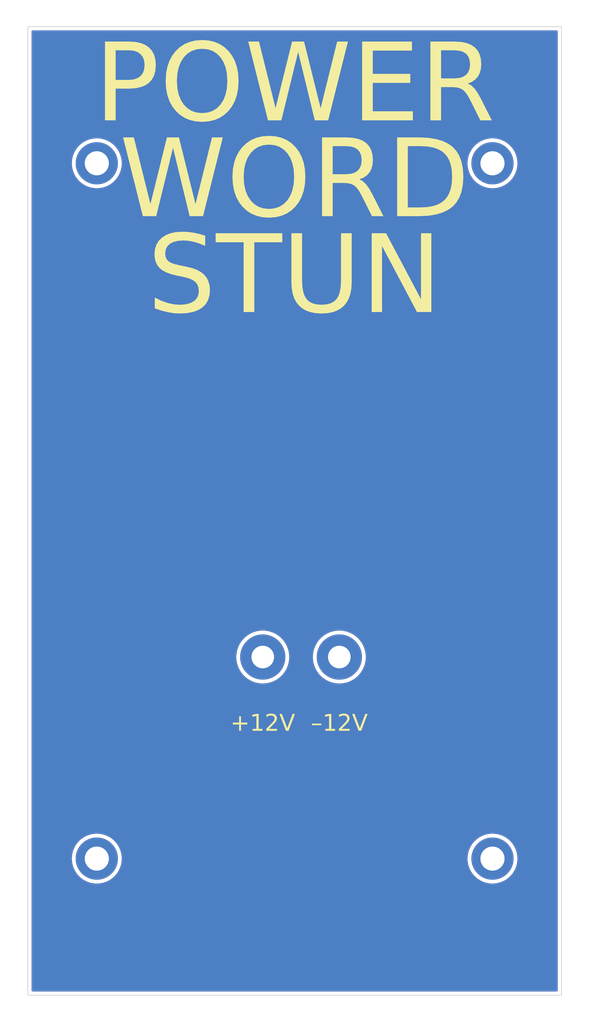
<source format=kicad_pcb>
(kicad_pcb (version 20221018) (generator pcbnew)

  (general
    (thickness 1.6)
  )

  (paper "A4")
  (layers
    (0 "F.Cu" signal)
    (31 "B.Cu" signal)
    (32 "B.Adhes" user "B.Adhesive")
    (33 "F.Adhes" user "F.Adhesive")
    (34 "B.Paste" user)
    (35 "F.Paste" user)
    (36 "B.SilkS" user "B.Silkscreen")
    (37 "F.SilkS" user "F.Silkscreen")
    (38 "B.Mask" user)
    (39 "F.Mask" user)
    (40 "Dwgs.User" user "User.Drawings")
    (41 "Cmts.User" user "User.Comments")
    (42 "Eco1.User" user "User.Eco1")
    (43 "Eco2.User" user "User.Eco2")
    (44 "Edge.Cuts" user)
    (45 "Margin" user)
    (46 "B.CrtYd" user "B.Courtyard")
    (47 "F.CrtYd" user "F.Courtyard")
    (48 "B.Fab" user)
    (49 "F.Fab" user)
    (50 "User.1" user)
    (51 "User.2" user)
    (52 "User.3" user)
    (53 "User.4" user)
    (54 "User.5" user)
    (55 "User.6" user)
    (56 "User.7" user)
    (57 "User.8" user)
    (58 "User.9" user)
  )

  (setup
    (pad_to_mask_clearance 0)
    (pcbplotparams
      (layerselection 0x00010fc_ffffffff)
      (plot_on_all_layers_selection 0x0000000_00000000)
      (disableapertmacros false)
      (usegerberextensions false)
      (usegerberattributes true)
      (usegerberadvancedattributes true)
      (creategerberjobfile true)
      (dashed_line_dash_ratio 12.000000)
      (dashed_line_gap_ratio 3.000000)
      (svgprecision 4)
      (plotframeref false)
      (viasonmask false)
      (mode 1)
      (useauxorigin false)
      (hpglpennumber 1)
      (hpglpenspeed 20)
      (hpglpendiameter 15.000000)
      (dxfpolygonmode true)
      (dxfimperialunits true)
      (dxfusepcbnewfont true)
      (psnegative false)
      (psa4output false)
      (plotreference true)
      (plotvalue true)
      (plotinvisibletext false)
      (sketchpadsonfab false)
      (subtractmaskfromsilk false)
      (outputformat 1)
      (mirror false)
      (drillshape 1)
      (scaleselection 1)
      (outputdirectory "")
    )
  )

  (net 0 "")

  (footprint "MountingHole:MountingHole_3.2mm_M3_DIN965_Pad" (layer "F.Cu") (at 111.76 58.955))

  (footprint "MountingHole:MountingHole_3mm_Pad" (layer "F.Cu") (at 81.28 124.46))

  (footprint "MountingHole:MountingHole_3.2mm_M3_DIN965_Pad" (layer "F.Cu") (at 111.76 151.205))

  (footprint "MountingHole:MountingHole_3.2mm_M3_DIN965_Pad" (layer "F.Cu") (at 59.26 151.205))

  (footprint "MountingHole:MountingHole_3.2mm_M3_DIN965_Pad" (layer "F.Cu") (at 59.26 58.955))

  (footprint "MountingHole:MountingHole_3mm_Pad" (layer "F.Cu") (at 91.44 124.46))

  (gr_rect locked (start 50.11 40.83) (end 120.91 169.33)
    (stroke (width 0.1) (type default)) (fill none) (layer "Edge.Cuts") (tstamp 0e25090e-8eb5-4e9f-aad2-b1f02594d8b0))
  (gr_text "POWER" (at 85.51 55) (layer "F.SilkS") (tstamp 2b86a609-151f-4f15-9c3b-7314ea0daba1)
    (effects (font (face "QuentinEF") (size 10.25 10.25) (thickness 0.4)) (justify bottom))
    (render_cache "POWER" 0
      (polygon
        (pts
          (xy 74.181711 46.688344)          (xy 74.179819 46.564722)          (xy 74.174142 46.44264)          (xy 74.164681 46.322099)
          (xy 74.151435 46.203097)          (xy 74.134404 46.085636)          (xy 74.113589 45.969715)          (xy 74.088989 45.855335)
          (xy 74.060605 45.742494)          (xy 74.028436 45.631194)          (xy 73.992483 45.521434)          (xy 73.966411 45.449117)
          (xy 73.924634 45.341983)          (xy 73.880041 45.237445)          (xy 73.832631 45.135503)          (xy 73.782405 45.036158)
          (xy 73.729362 44.93941)          (xy 73.673503 44.845258)          (xy 73.614828 44.753702)          (xy 73.553336 44.664742)
          (xy 73.489027 44.578379)          (xy 73.421902 44.494613)          (xy 73.375588 44.440211)          (xy 73.304033 44.360588)
          (xy 73.23019 44.284134)          (xy 73.154058 44.210848)          (xy 73.075639 44.140731)          (xy 72.99493 44.073782)
          (xy 72.911934 44.010002)          (xy 72.826649 43.94939)          (xy 72.739076 43.891946)          (xy 72.649214 43.837672)
          (xy 72.557064 43.786565)          (xy 72.49436 43.754255)          (xy 72.399371 43.709067)          (xy 72.303107 43.668324)
          (xy 72.205566 43.632026)          (xy 72.106749 43.600173)          (xy 72.006656 43.572764)          (xy 71.905287 43.5498)
          (xy 71.802641 43.53128)          (xy 71.698719 43.517205)          (xy 71.593522 43.507575)          (xy 71.487048 43.50239)
          (xy 71.415356 43.501402)          (xy 71.302821 43.504091)          (xy 71.190531 43.512159)          (xy 71.078485 43.525606)
          (xy 70.966684 43.544431)          (xy 70.855127 43.568635)          (xy 70.743814 43.598217)          (xy 70.699358 43.611556)
          (xy 70.591676 43.646785)          (xy 70.489251 43.685193)          (xy 70.392081 43.72678)          (xy 70.300169 43.771544)
          (xy 70.196812 43.829457)          (xy 70.101024 43.891946)          (xy 70.006764 43.854135)          (xy 69.912707 43.816935)
          (xy 69.848172 43.791807)          (xy 69.75254 43.757169)          (xy 69.654034 43.732114)          (xy 69.625361 43.726716)
          (xy 69.520283 43.709876)          (xy 69.414987 43.699388)          (xy 69.372509 43.696674)          (xy 69.271579 43.692398)
          (xy 69.165963 43.690051)          (xy 69.059621 43.689193)          (xy 69.034538 43.689164)          (xy 68.759154 43.689164)
          (xy 67.938009 43.689164)          (xy 67.938009 44.728112)          (xy 68.516315 45.303914)          (xy 68.601434 45.303914)
          (xy 68.674035 45.303914)          (xy 68.77305 45.320784)          (xy 68.846945 45.393153)          (xy 68.861797 45.476655)
          (xy 68.861797 47.32423)          (xy 68.85942 47.424609)          (xy 68.847597 47.52625)          (xy 68.831755 47.569572)
          (xy 68.751369 47.634506)          (xy 68.659014 47.684733)          (xy 68.56927 47.734773)          (xy 68.493696 47.807218)
          (xy 68.446912 47.895935)          (xy 68.428918 48.000925)          (xy 68.428693 48.015193)          (xy 68.437864 48.120371)
          (xy 68.465375 48.219042)          (xy 68.506301 48.303094)          (xy 68.566811 48.385431)          (xy 68.635231 48.462066)
          (xy 68.708751 48.536525)          (xy 68.796002 48.619082)          (xy 68.861797 48.678618)          (xy 68.861797 50.996849)
          (xy 68.860359 51.099018)          (xy 68.855196 51.205807)          (xy 68.844898 51.313227)          (xy 68.831755 51.397407)
          (xy 68.80661 51.495835)          (xy 68.760875 51.590802)          (xy 68.724105 51.637742)          (xy 68.641822 51.701679)
          (xy 68.548411 51.739701)          (xy 68.493784 51.752903)          (xy 68.389293 51.767425)          (xy 68.279782 51.775896)
          (xy 68.170137 51.779769)          (xy 68.095729 51.780441)          (xy 67.938009 51.780441)          (xy 67.938009 52.674187)
          (xy 68.513812 53.2575)          (xy 69.092118 53.2575)          (xy 69.200558 53.255421)          (xy 69.300563 53.249187)
          (xy 69.409435 53.23622)          (xy 69.521102 53.213527)          (xy 69.628478 53.177618)          (xy 69.640382 53.172381)
          (xy 69.739583 53.116052)          (xy 69.820966 53.057377)          (xy 69.908334 52.984619)          (xy 69.985712 52.913231)
          (xy 70.067246 52.832063)          (xy 70.101024 52.796857)          (xy 70.175493 52.870165)          (xy 70.253385 52.93675)
          (xy 70.334699 52.996611)          (xy 70.436795 53.05957)          (xy 70.543819 53.112847)          (xy 70.636771 53.149849)
          (xy 70.736018 53.180862)          (xy 70.844433 53.206618)          (xy 70.962016 53.227118)          (xy 71.062684 53.239733)
          (xy 71.169219 53.248984)          (xy 71.281622 53.254871)          (xy 71.399892 53.257394)          (xy 71.430377 53.2575)
          (xy 72.006179 53.2575)          (xy 72.006179 52.348733)          (xy 71.430377 51.780441)          (xy 71.370293 51.77293)
          (xy 71.312713 51.76542)          (xy 71.210089 51.751954)          (xy 71.16751 51.722861)          (xy 71.143226 51.623875)
          (xy 71.139972 51.537602)          (xy 71.139972 49.747608)          (xy 71.370293 49.732587)          (xy 71.502039 49.724098)
          (xy 71.629404 49.713654)          (xy 71.752388 49.701254)          (xy 71.870991 49.686898)          (xy 71.985213 49.670586)
          (xy 72.095053 49.652319)          (xy 72.200513 49.632095)          (xy 72.301591 49.609916)          (xy 72.398914 49.584685)
          (xy 72.516167 49.549077)          (xy 72.628531 49.508945)          (xy 72.736005 49.46429)          (xy 72.838589 49.415113)
          (xy 72.936284 49.361413)          (xy 72.992554 49.327021)          (xy 73.082914 49.265718)          (xy 73.169363 49.199158)
          (xy 73.2519 49.127341)          (xy 73.330525 49.050269)          (xy 73.405239 48.967939)          (xy 73.47604 48.880354)
          (xy 73.503266 48.843848)          (xy 73.570596 48.747865)          (xy 73.636459 48.644547)          (xy 73.688094 48.556612)
          (xy 73.738789 48.463983)          (xy 73.788546 48.36666)          (xy 73.837364 48.264642)          (xy 73.885243 48.157931)
          (xy 73.908831 48.102815)          (xy 73.957598 47.975101)          (xy 74.001568 47.846374)          (xy 74.040741 47.716635)
          (xy 74.075117 47.585884)          (xy 74.104697 47.454121)          (xy 74.12948 47.321345)          (xy 74.149467 47.187558)
          (xy 74.164656 47.052758)          (xy 74.175049 46.916946)          (xy 74.180645 46.780122)
        )
          (pts
            (xy 71.775858 46.630764)            (xy 71.774648 46.76447)            (xy 71.771018 46.89052)            (xy 71.764967 47.008913)
            (xy 71.756495 47.119648)            (xy 71.745604 47.222726)            (xy 71.727316 47.348253)            (xy 71.704726 47.460167)
            (xy 71.677833 47.558468)            (xy 71.638166 47.662201)            (xy 71.578699 47.763035)            (xy 71.503565 47.843978)
            (xy 71.412764 47.90503)            (xy 71.306298 47.946191)            (xy 71.205608 47.965297)            (xy 71.139972 47.97013)
            (xy 71.139972 45.634375)            (xy 71.14494 45.505876)            (xy 71.159843 45.394509)            (xy 71.192445 45.279395)
            (xy 71.240571 45.191052)            (xy 71.318815 45.120377)            (xy 71.419414 45.088252)            (xy 71.457915 45.086111)
            (xy 71.557106 45.10433)            (xy 71.615635 45.143691)            (xy 71.667582 45.230687)            (xy 71.69915 45.334543)
            (xy 71.708264 45.376516)            (xy 71.727605 45.48398)            (xy 71.741804 45.596793)            (xy 71.751919 45.708854)
            (xy 71.758872 45.814822)            (xy 71.760837 45.852178)            (xy 71.765942 45.971847)            (xy 71.769389 46.080849)
            (xy 71.772103 46.198286)            (xy 71.774083 46.324157)            (xy 71.775139 46.430927)            (xy 71.775726 46.543095)
          )
          (pts
            (xy 72.076277 46.19015)            (xy 72.076094 46.304506)            (xy 72.075543 46.412872)            (xy 72.074627 46.515249)
            (xy 72.073042 46.630194)            (xy 72.07093 46.736514)            (xy 72.068766 46.818525)            (xy 72.065737 46.926034)
            (xy 72.061031 47.027312)            (xy 72.053599 47.135432)            (xy 72.043976 47.235415)            (xy 72.041228 47.259139)
            (xy 72.027564 47.35899)            (xy 72.010059 47.459717)            (xy 71.98798 47.558091)            (xy 71.983648 47.574579)
            (xy 71.953518 47.677872)            (xy 71.920083 47.776208)            (xy 71.903536 47.819921)            (xy 71.858085 47.91309)
            (xy 71.802468 47.997326)            (xy 71.712498 48.095745)            (xy 71.633162 48.159136)            (xy 71.54366 48.213595)
            (xy 71.443992 48.25912)            (xy 71.334159 48.295711)            (xy 71.21416 48.323369)            (xy 71.083996 48.342094)
            (xy 70.943666 48.351886)            (xy 70.89463 48.353164)            (xy 71.024811 48.195444)            (xy 71.123885 48.177988)
            (xy 71.231239 48.153841)            (xy 71.329729 48.12562)            (xy 71.431433 48.088381)            (xy 71.477943 48.067766)
            (xy 71.572997 48.010558)            (xy 71.655378 47.937507)            (xy 71.717965 47.859273)            (xy 71.758334 47.792383)
            (xy 71.805431 47.691304)            (xy 71.839709 47.591052)            (xy 71.867519 47.479779)            (xy 71.886207 47.37563)
            (xy 71.896026 47.301699)            (xy 71.908788 47.18203)            (xy 71.917406 47.073028)            (xy 71.92419 46.955591)
            (xy 71.929141 46.82972)            (xy 71.931781 46.72295)            (xy 71.933248 46.610782)            (xy 71.933578 46.523114)
            (xy 71.933343 46.413351)            (xy 71.932639 46.308126)            (xy 71.931466 46.207439)            (xy 71.929339 46.087961)
            (xy 71.926478 45.975573)            (xy 71.922884 45.870275)            (xy 71.918557 45.772067)            (xy 71.912396 45.661816)
            (xy 71.905179 45.558253)            (xy 71.895424 45.445885)            (xy 71.884232 45.342621)            (xy 71.873494 45.261355)
            (xy 71.858317 45.161372)            (xy 71.837876 45.061235)            (xy 71.808052 44.956594)            (xy 71.795886 44.923384)
            (xy 71.753053 44.82786)            (xy 71.699658 44.736561)            (xy 71.658194 44.678042)            (xy 71.58353 44.598918)
            (xy 71.498479 44.536165)            (xy 71.403044 44.489782)            (xy 71.297222 44.459769)            (xy 71.181016 44.446127)
            (xy 71.139972 44.445218)            (xy 71.013805 44.454349)            (xy 70.900048 44.481743)            (xy 70.7987 44.5274)
            (xy 70.709763 44.59132)            (xy 70.633235 44.673502)            (xy 70.569118 44.773947)            (xy 70.51741 44.892655)
            (xy 70.478112 45.029626)            (xy 70.458808 45.131086)            (xy 70.445019 45.240662)            (xy 70.436746 45.358355)
            (xy 70.433988 45.484166)            (xy 70.433988 47.459419)            (xy 70.438061 47.571599)            (xy 70.455268 47.675344)
            (xy 70.519107 47.74732)            (xy 70.664309 47.762341)            (xy 70.75819 47.805526)            (xy 70.80313 47.904211)
            (xy 70.809511 47.935081)            (xy 70.809511 47.965123)            (xy 70.791095 48.069199)            (xy 70.718564 48.150147)
            (xy 70.618295 48.178531)            (xy 70.576687 48.180423)            (xy 70.471423 48.163173)            (xy 70.386786 48.105551)
            (xy 70.353876 48.057752)            (xy 70.316818 47.953892)            (xy 70.299528 47.853831)            (xy 70.291074 47.749334)
            (xy 70.288786 47.64718)            (xy 70.288786 45.426585)            (xy 70.290744 45.326008)            (xy 70.299447 45.198819)
            (xy 70.315114 45.079532)            (xy 70.337743 44.968146)            (xy 70.367335 44.864662)            (xy 70.40389 44.76908)
            (xy 70.459375 44.660713)            (xy 70.511596 44.582909)            (xy 70.586346 44.497806)            (xy 70.669776 44.427126)
            (xy 70.761884 44.370871)            (xy 70.862671 44.32904)            (xy 70.972138 44.301634)            (xy 71.090284 44.288652)
            (xy 71.139972 44.287498)            (xy 71.261861 44.294265)            (xy 71.374674 44.314567)            (xy 71.478412 44.348403)
            (xy 71.573076 44.395774)            (xy 71.658664 44.456679)            (xy 71.735177 44.531119)            (xy 71.802614 44.619093)
            (xy 71.860977 44.720601)            (xy 71.911438 44.838304)            (xy 71.944868 44.938955)            (xy 71.974514 45.050211)
            (xy 72.000375 45.172073)            (xy 72.022452 45.30454)            (xy 72.040744 45.447613)            (xy 72.050836 45.548887)
            (xy 72.059246 45.654875)            (xy 72.065974 45.765576)            (xy 72.071021 45.880991)            (xy 72.074385 46.001119)
            (xy 72.076067 46.125961)
          )
          (pts
            (xy 73.475727 46.292793)            (xy 73.473302 46.45813)            (xy 73.466026 46.618676)            (xy 73.4539 46.774431)
            (xy 73.436923 46.925393)            (xy 73.415096 47.071564)            (xy 73.388418 47.212942)            (xy 73.35689 47.349529)
            (xy 73.320511 47.481324)            (xy 73.279282 47.608327)            (xy 73.233202 47.730539)            (xy 73.182272 47.847958)
            (xy 73.126491 47.960586)            (xy 73.065859 48.068422)            (xy 73.000377 48.171466)            (xy 72.930045 48.269718)
            (xy 72.854862 48.363178)            (xy 72.775591 48.451397)            (xy 72.69237 48.533924)            (xy 72.605198 48.61076)
            (xy 72.514075 48.681904)            (xy 72.419001 48.747356)            (xy 72.319976 48.807117)            (xy 72.217 48.861187)
            (xy 72.110074 48.909565)            (xy 71.999197 48.952251)            (xy 71.884369 48.989246)            (xy 71.76559 49.020549)
            (xy 71.64286 49.046161)            (xy 71.51618 49.066082)            (xy 71.385549 49.08031)            (xy 71.250967 49.088848)
            (xy 71.112434 49.091693)            (xy 71.006661 49.091693)            (xy 70.901815 49.091693)            (xy 70.89463 49.091693)
            (xy 70.790735 49.091693)            (xy 70.686513 49.091693)            (xy 70.67933 49.091693)            (xy 70.549149 49.091693)
            (xy 70.67933 48.961512)            (xy 70.77947 48.961512)            (xy 70.99477 48.961512)            (xy 71.097413 48.961512)
            (xy 71.228836 48.958872)            (xy 71.356485 48.95095)            (xy 71.480358 48.937748)            (xy 71.600458 48.919266)
            (xy 71.716782 48.895502)            (xy 71.829331 48.866458)            (xy 71.938106 48.832133)            (xy 72.043106 48.792527)
            (xy 72.144331 48.74764)            (xy 72.241781 48.697472)            (xy 72.335457 48.642024)            (xy 72.425357 48.581295)
            (xy 72.511483 48.515285)            (xy 72.593834 48.443994)            (xy 72.672411 48.367422)            (xy 72.747212 48.28557)
            (xy 72.818151 48.198877)            (xy 72.884513 48.107783)            (xy 72.946298 48.012289)            (xy 73.003507 47.912394)
            (xy 73.056139 47.808098)            (xy 73.104194 47.699401)            (xy 73.147673 47.586304)            (xy 73.186574 47.468807)
            (xy 73.2209 47.346908)            (xy 73.250648 47.220609)            (xy 73.27582 47.089909)            (xy 73.296415 46.954809)
            (xy 73.312433 46.815308)            (xy 73.323875 46.671406)            (xy 73.33074 46.523104)            (xy 73.333029 46.370401)
            (xy 73.330965 46.219487)            (xy 73.324775 46.072798)            (xy 73.314458 45.930334)            (xy 73.300014 45.792095)
            (xy 73.281443 45.65808)            (xy 73.258745 45.52829)            (xy 73.231921 45.402724)            (xy 73.200969 45.281383)
            (xy 73.165891 45.164267)            (xy 73.126686 45.051375)            (xy 73.083354 44.942708)            (xy 73.035896 44.838265)
            (xy 72.98431 44.738048)            (xy 72.928598 44.642054)            (xy 72.868758 44.550286)            (xy 72.804792 44.462742)
            (xy 72.737579 44.379677)            (xy 72.667374 44.301971)            (xy 72.594176 44.229624)            (xy 72.517986 44.162636)
            (xy 72.438804 44.101007)            (xy 72.314419 44.018612)            (xy 72.183301 43.948275)            (xy 72.04545 43.889996)
            (xy 71.949809 43.857841)            (xy 71.851176 43.831046)            (xy 71.74955 43.80961)            (xy 71.644931 43.793533)
            (xy 71.53732 43.782815)            (xy 71.426717 43.777456)            (xy 71.370293 43.776786)            (xy 71.256345 43.779954)
            (xy 71.144822 43.78946)            (xy 71.035725 43.805302)            (xy 70.929053 43.827482)            (xy 70.824806 43.855998)
            (xy 70.722985 43.890851)            (xy 70.623588 43.932041)            (xy 70.526617 43.979569)            (xy 70.431563 44.033824)
            (xy 70.336665 44.095198)            (xy 70.241923 44.163692)            (xy 70.147339 44.239306)            (xy 70.05291 44.322038)
            (xy 69.958638 44.41189)            (xy 69.888037 44.483951)            (xy 69.817523 44.560016)            (xy 69.770563 44.612951)
            (xy 69.719437 44.520713)            (xy 69.65432 44.417078)            (xy 69.587858 44.3264)            (xy 69.520051 44.248679)
            (xy 69.436907 44.172518)            (xy 69.351828 44.115016)            (xy 69.33746 44.107247)            (xy 69.241936 44.065558)
            (xy 69.128105 44.032494)            (xy 69.019262 44.01153)            (xy 68.897706 43.996555)            (xy 68.791308 43.988888)
            (xy 68.676773 43.985055)            (xy 68.616455 43.984576)            (xy 68.371113 43.984576)            (xy 68.240932 43.997093)
            (xy 68.240932 44.445218)            (xy 68.343575 44.445218)            (xy 68.451596 44.447015)            (xy 68.563314 44.453469)
            (xy 68.674035 44.466341)            (xy 68.759154 44.48277)            (xy 68.859545 44.515445)            (xy 68.946796 44.570659)
            (xy 68.996985 44.625469)            (xy 69.049676 44.720641)            (xy 69.08229 44.822002)            (xy 69.102863 44.930369)
            (xy 69.104635 44.943412)            (xy 69.117779 45.05513)            (xy 69.126199 45.165719)            (xy 69.131127 45.270044)
            (xy 69.133944 45.38317)            (xy 69.134677 45.484166)            (xy 69.134677 47.416859)            (xy 69.133777 47.517898)
            (xy 69.130122 47.632646)            (xy 69.123656 47.734558)            (xy 69.112185 47.83991)            (xy 69.093685 47.93946)
            (xy 69.077097 47.995165)            (xy 69.023903 48.084961)            (xy 68.934833 48.140409)            (xy 68.846776 48.152885)
            (xy 68.742832 48.134666)            (xy 68.674035 48.095305)            (xy 68.610013 48.013262)            (xy 68.601434 47.965123)
            (xy 68.623926 47.866548)            (xy 68.659014 47.814914)            (xy 68.742725 47.758977)            (xy 68.804217 47.749823)
            (xy 68.90686 47.764844)            (xy 68.991978 47.729795)            (xy 69.00606 47.629812)            (xy 69.006999 47.577083)
            (xy 69.006999 45.514207)            (xy 69.006999 45.208782)            (xy 69.003638 45.094181)            (xy 68.993553 44.992905)
            (xy 68.972576 44.888961)            (xy 68.935867 44.791943)            (xy 68.869307 44.70558)            (xy 68.769698 44.649912)
            (xy 68.65964 44.61921)            (xy 68.542612 44.601666)            (xy 68.429087 44.593231)            (xy 68.327793 44.590532)
            (xy 68.301015 44.59042)            (xy 68.185855 44.59042)            (xy 68.098233 44.59042)            (xy 68.098233 43.839373)
            (xy 68.198382 43.830821)            (xy 68.301886 43.825071)            (xy 68.343575 43.824352)            (xy 68.449631 43.824352)
            (xy 68.546357 43.824352)            (xy 68.655457 43.825071)            (xy 68.757129 43.827227)            (xy 68.864232 43.831452)
            (xy 68.973126 43.838449)            (xy 68.984468 43.839373)            (xy 69.092969 43.851451)            (xy 69.193157 43.868907)
            (xy 69.293764 43.89432)            (xy 69.302411 43.896953)            (xy 69.402511 43.93521)            (xy 69.496275 43.98614)
            (xy 69.555263 44.027135)            (xy 69.63769 44.090979)            (xy 69.718271 44.15826)            (xy 69.795393 44.226338)
            (xy 69.813123 44.242435)            (xy 69.898862 44.179439)            (xy 69.982402 44.120008)            (xy 70.090365 44.046312)
            (xy 70.194416 43.978952)            (xy 70.294555 43.91793)            (xy 70.390783 43.863244)            (xy 70.483099 43.814896)
            (xy 70.592994 43.763371)            (xy 70.614239 43.754255)            (xy 70.721139 43.712424)            (xy 70.830605 43.677683)
            (xy 70.942639 43.650032)            (xy 71.057239 43.629471)            (xy 71.174407 43.616)            (xy 71.294142 43.609619)
            (xy 71.342755 43.609052)            (xy 71.465328 43.611898)            (xy 71.584576 43.620435)            (xy 71.700499 43.634664)
            (xy 71.813098 43.654584)            (xy 71.922371 43.680196)            (xy 72.028319 43.7115)            (xy 72.130943 43.748495)
            (xy 72.230242 43.791181)            (xy 72.326215 43.839559)            (xy 72.418864 43.893628)            (xy 72.508187 43.95339)
            (xy 72.594186 44.018842)            (xy 72.67686 44.089986)            (xy 72.756209 44.166822)            (xy 72.832233 44.249349)
            (xy 72.904932 44.337568)            (xy 72.974052 44.430578)            (xy 73.038712 44.527481)            (xy 73.098913 44.628275)
            (xy 73.154655 44.732962)            (xy 73.205937 44.841541)            (xy 73.25276 44.954013)            (xy 73.295124 45.070376)
            (xy 73.333029 45.190631)            (xy 73.366474 45.314779)            (xy 73.395459 45.442819)            (xy 73.419986 45.574751)
            (xy 73.440053 45.710575)            (xy 73.45566 45.850291)            (xy 73.466809 45.993899)            (xy 73.473498 46.1414)
          )
          (pts
            (xy 71.297692 52.616606)            (xy 71.182531 52.616606)            (xy 71.097413 52.616606)            (xy 70.993234 52.616078)
            (xy 70.881259 52.614127)            (xy 70.779587 52.610739)            (xy 70.676005 52.605106)            (xy 70.62926 52.601585)
            (xy 70.520026 52.589508)            (xy 70.417637 52.572052)            (xy 70.312916 52.546638)            (xy 70.303807 52.544005)
            (xy 70.20753 52.509717)            (xy 70.110598 52.46084)            (xy 70.043444 52.416327)            (xy 69.959242 52.349283)
            (xy 69.882868 52.284307)            (xy 69.799762 52.210222)            (xy 69.770563 52.183503)            (xy 69.700703 52.258842)
            (xy 69.624461 52.333712)            (xy 69.55276 52.393796)            (xy 69.464385 52.447601)            (xy 69.366514 52.492195)
            (xy 69.309921 52.513963)            (xy 69.216666 52.551516)            (xy 69.142188 52.574047)            (xy 69.04086 52.593334)
            (xy 68.996985 52.601585)            (xy 68.896882 52.614127)            (xy 68.819238 52.616606)            (xy 68.712155 52.616606)
            (xy 68.607478 52.616606)            (xy 68.558875 52.616606)            (xy 68.270973 52.616606)            (xy 68.098233 52.616606)
            (xy 68.098233 51.910622)            (xy 68.155813 51.910622)            (xy 68.277037 51.908158)            (xy 68.387855 51.900765)
            (xy 68.488268 51.888443)            (xy 68.599153 51.86611)            (xy 68.710754 51.829144)            (xy 68.798943 51.781089)
            (xy 68.834258 51.752903)            (xy 68.901567 51.668429)            (xy 68.946101 51.57314)            (xy 68.97849 51.456728)
            (xy 68.996203 51.343582)            (xy 69.0043 51.242504)            (xy 69.006999 51.132037)            (xy 69.006999 48.405737)
            (xy 69.134677 48.333136)            (xy 69.134677 51.144555)            (xy 69.131626 51.266013)            (xy 69.122473 51.377536)
            (xy 69.107217 51.479122)            (xy 69.079566 51.592134)            (xy 69.042381 51.689621)            (xy 68.985172 51.786113)
            (xy 68.939405 51.838021)            (xy 68.856115 51.902271)            (xy 68.750822 51.954199)            (xy 68.646269 51.988059)
            (xy 68.526437 52.013363)            (xy 68.419569 52.027445)            (xy 68.302922 52.036051)            (xy 68.240932 52.0383)
            (xy 68.240932 52.471404)            (xy 68.386134 52.471404)            (xy 68.458735 52.471404)            (xy 68.574407 52.470446)
            (xy 68.682651 52.46757)            (xy 68.783467 52.462779)            (xy 68.889592 52.454955)            (xy 68.926888 52.451376)
            (xy 69.033164 52.43593)            (xy 69.132311 52.414938)            (xy 69.234113 52.385112)            (xy 69.272369 52.371264)
            (xy 69.371496 52.327536)            (xy 69.462341 52.275525)            (xy 69.537739 52.221055)            (xy 69.617208 52.149735)
            (xy 69.689965 52.07463)            (xy 69.755865 51.998675)            (xy 69.770563 51.98072)            (xy 69.844103 52.054416)
            (xy 69.921066 52.128494)            (xy 69.996264 52.194825)            (xy 70.000884 52.198524)            (xy 70.081556 52.259703)
            (xy 70.158604 52.313684)            (xy 70.256683 52.360048)            (xy 70.360734 52.396035)            (xy 70.466504 52.423407)
            (xy 70.491568 52.428845)            (xy 70.593742 52.447464)            (xy 70.69748 52.460764)            (xy 70.802783 52.468744)
            (xy 70.909651 52.471404)            (xy 71.139972 52.471404)            (xy 71.139972 52.0383)            (xy 71.022269 52.032198)
            (xy 70.914501 52.02015)            (xy 70.793764 51.996729)            (xy 70.688552 51.964017)            (xy 70.582789 51.9125)
            (xy 70.499382 51.847605)            (xy 70.476547 51.823)            (xy 70.403203 51.744727)            (xy 70.353145 51.65278)
            (xy 70.338855 51.60019)            (xy 70.326827 51.498828)            (xy 70.318989 51.39849)            (xy 70.312652 51.293226)
            (xy 70.30764 51.191925)            (xy 70.303807 51.101995)            (xy 70.288786 50.886695)            (xy 70.288786 48.333136)
            (xy 70.449009 48.405737)            (xy 70.449009 51.059436)            (xy 70.449009 51.289757)            (xy 70.453043 51.396608)
            (xy 70.468533 51.509499)            (xy 70.501289 51.620071)            (xy 70.549858 51.707881)            (xy 70.614239 51.77293)
            (xy 70.715318 51.826599)            (xy 70.815359 51.856788)            (xy 70.914594 51.875356)            (xy 71.028254 51.887934)
            (xy 71.129567 51.893685)            (xy 71.240112 51.895601)            (xy 71.297692 51.895601)
          )
      )
      (polygon
        (pts
          (xy 80.748363 48.378199)          (xy 80.738506 48.269649)          (xy 80.712151 48.170764)          (xy 80.678266 48.090298)
          (xy 80.563105 47.902536)          (xy 80.523744 47.806699)          (xy 80.50828 47.704506)          (xy 80.505525 47.627152)
          (xy 80.500929 47.521116)          (xy 80.49465 47.415803)          (xy 80.48669 47.311214)          (xy 80.477048 47.207348)
          (xy 80.465723 47.104207)          (xy 80.452717 47.001789)          (xy 80.438029 46.900094)          (xy 80.421658 46.799123)
          (xy 80.403606 46.698876)          (xy 80.383871 46.599353)          (xy 80.362455 46.500553)          (xy 80.339356 46.402477)
          (xy 80.314575 46.305124)          (xy 80.288113 46.208495)          (xy 80.245265 46.064909)          (xy 80.230141 46.017409)
          (xy 80.182753 45.876918)          (xy 80.132593 45.739903)          (xy 80.07966 45.606365)          (xy 80.023955 45.476303)
          (xy 79.965478 45.349718)          (xy 79.904228 45.226609)          (xy 79.840206 45.106977)          (xy 79.773411 44.990822)
          (xy 79.703844 44.878143)          (xy 79.631504 44.76894)          (xy 79.581738 44.69807)          (xy 79.504997 44.594544)
          (xy 79.425925 44.495199)          (xy 79.34452 44.400035)          (xy 79.260782 44.309051)          (xy 79.174713 44.222248)
          (xy 79.086311 44.139626)          (xy 78.995576 44.061184)          (xy 78.90251 43.986923)          (xy 78.807111 43.916842)
          (xy 78.709379 43.850942)          (xy 78.642929 43.809331)          (xy 78.542308 43.751169)          (xy 78.44041 43.698728)
          (xy 78.337237 43.652008)          (xy 78.232787 43.611008)          (xy 78.127061 43.575729)          (xy 78.020059 43.546172)
          (xy 77.911781 43.522335)          (xy 77.802226 43.504219)          (xy 77.691395 43.491823)          (xy 77.579288 43.485149)
          (xy 77.503841 43.483878)          (xy 77.380897 43.486978)          (xy 77.260534 43.496278)          (xy 77.142752 43.511778)
          (xy 77.027553 43.533478)          (xy 76.914935 43.561378)          (xy 76.804899 43.595479)          (xy 76.697444 43.635779)
          (xy 76.592571 43.682279)          (xy 76.49028 43.73498)          (xy 76.390571 43.79388)          (xy 76.293444 43.858981)
          (xy 76.198898 43.930281)          (xy 76.106934 44.007782)          (xy 76.017551 44.091482)          (xy 75.930751 44.181383)
          (xy 75.846532 44.277484)          (xy 75.76507 44.379628)          (xy 75.686543 44.48766)          (xy 75.610949 44.601578)
          (xy 75.53829 44.721384)          (xy 75.468563 44.847076)          (xy 75.401771 44.978656)          (xy 75.337913 45.116123)
          (xy 75.276988 45.259477)          (xy 75.218997 45.408719)          (xy 75.16394 45.563847)          (xy 75.111816 45.724862)
          (xy 75.062627 45.891765)          (xy 75.016371 46.064555)          (xy 74.973049 46.243231)          (xy 74.93266 46.427795)
          (xy 74.895206 46.618246)          (xy 74.874581 46.729554)          (xy 74.855893 46.836284)          (xy 74.839141 46.938439)
          (xy 74.822045 47.051834)          (xy 74.807584 47.159)          (xy 74.796853 47.261973)          (xy 74.788759 47.36279)
          (xy 74.782735 47.475369)          (xy 74.780153 47.585131)          (xy 74.780045 47.612131)          (xy 74.780045 47.699754)
          (xy 74.680517 47.735326)          (xy 74.58335 47.789307)          (xy 74.500691 47.867859)          (xy 74.451096 47.963182)
          (xy 74.434564 48.075277)          (xy 74.443277 48.179221)          (xy 74.462102 48.248018)          (xy 74.509566 48.337168)
          (xy 74.566838 48.421551)          (xy 74.577263 48.435779)          (xy 74.633775 48.522106)          (xy 74.669892 48.596003)
          (xy 74.694 48.694387)          (xy 74.707444 48.796282)          (xy 74.716822 48.903599)          (xy 74.726807 49.009)
          (xy 74.737398 49.112484)          (xy 74.748595 49.214052)          (xy 74.760399 49.313702)          (xy 74.779241 49.459584)
          (xy 74.799447 49.601154)          (xy 74.821018 49.73841)          (xy 74.843953 49.871354)          (xy 74.868252 49.999986)
          (xy 74.893915 50.124305)          (xy 74.920942 50.244311)          (xy 74.930255 50.283354)          (xy 74.959944 50.399261)
          (xy 74.991747 50.514155)          (xy 75.025661 50.628036)          (xy 75.061688 50.740906)          (xy 75.099827 50.852764)
          (xy 75.140078 50.963609)          (xy 75.182442 51.073442)          (xy 75.226918 51.182263)          (xy 75.273506 51.290072)
          (xy 75.322207 51.396869)          (xy 75.355848 51.467505)          (xy 75.407756 51.574568)          (xy 75.46209 51.679206)
          (xy 75.518848 51.781419)          (xy 75.578032 51.881206)          (xy 75.639642 51.978569)          (xy 75.703676 52.073506)
          (xy 75.770136 52.166017)          (xy 75.839021 52.256104)          (xy 75.910488 52.342904)          (xy 75.983441 52.42681)
          (xy 76.057881 52.507822)          (xy 76.133807 52.585939)          (xy 76.21122 52.661161)          (xy 76.290119 52.733488)
          (xy 76.370504 52.802921)          (xy 76.452376 52.869459)          (xy 76.535343 52.932711)          (xy 76.619015 52.992286)
          (xy 76.70339 53.048184)          (xy 76.809849 53.112886)          (xy 76.917409 53.171843)          (xy 77.026069 53.225054)
          (xy 77.135829 53.27252)          (xy 77.246676 53.314351)          (xy 77.357035 53.349092)          (xy 77.466905 53.376743)
          (xy 77.576286 53.397304)          (xy 77.685178 53.410775)          (xy 77.793581 53.417156)          (xy 77.836806 53.417723)
          (xy 77.951301 53.413889)          (xy 78.064467 53.402389)          (xy 78.176302 53.383222)          (xy 78.286808 53.356387)
          (xy 78.395983 53.321886)          (xy 78.503829 53.279718)          (xy 78.610345 53.229883)          (xy 78.71553 53.172381)
          (xy 78.818682 53.107877)          (xy 78.919095 53.037036)          (xy 79.01677 52.959858)          (xy 79.111707 52.876343)
          (xy 79.203906 52.786491)          (xy 79.293367 52.690303)          (xy 79.358665 52.614003)          (xy 79.422424 52.534138)
          (xy 79.464074 52.478914)          (xy 79.525602 52.393571)          (xy 79.585326 52.305587)          (xy 79.643247 52.214963)
          (xy 79.699362 52.121698)          (xy 79.753674 52.025793)          (xy 79.806181 51.927247)          (xy 79.856884 51.826061)
          (xy 79.905783 51.722235)          (xy 79.952877 51.615768)          (xy 79.998168 51.506661)          (xy 80.027359 51.432456)
          (xy 80.069715 51.319168)          (xy 80.109475 51.20368)          (xy 80.146639 51.085992)          (xy 80.181206 50.966103)
          (xy 80.213177 50.844014)          (xy 80.242551 50.719724)          (xy 80.269329 50.593234)          (xy 80.293511 50.464544)
          (xy 80.315096 50.333654)          (xy 80.334085 50.200563)          (xy 80.345302 50.110614)          (xy 80.475483 49.056645)
          (xy 80.548084 48.811303)          (xy 80.663245 48.653583)          (xy 80.715114 48.560876)          (xy 80.743044 48.455494)
        )
          (pts
            (xy 80.202603 47.867487)            (xy 80.18633 47.972008)            (xy 80.137512 48.055249)            (xy 80.054222 48.111898)
            (xy 79.957261 48.12785)            (xy 79.854681 48.113592)            (xy 79.760502 48.05744)            (xy 79.704663 47.969426)
            (xy 79.696898 47.947599)            (xy 79.670768 47.834473)            (xy 79.654661 47.719439)            (xy 79.643525 47.603812)
            (xy 79.636113 47.498372)            (xy 79.63003 47.381431)            (xy 79.625277 47.252991)            (xy 79.624297 47.219084)
            (xy 79.621136 47.113433)            (xy 79.616972 47.009279)            (xy 79.611806 46.906622)            (xy 79.605638 46.80546)
            (xy 79.590294 46.607626)            (xy 79.570941 46.415776)            (xy 79.547579 46.229912)            (xy 79.520206 46.050032)
            (xy 79.488825 45.876138)            (xy 79.453434 45.708228)            (xy 79.414033 45.546303)            (xy 79.370623 45.390363)
            (xy 79.323203 45.240408)            (xy 79.271774 45.096438)            (xy 79.216336 44.958452)            (xy 79.156888 44.826452)
            (xy 79.09343 44.700437)            (xy 79.025963 44.580406)            (xy 78.954887 44.467025)            (xy 78.880604 44.36096)
            (xy 78.803113 44.262209)            (xy 78.722415 44.170773)            (xy 78.638509 44.086651)            (xy 78.551395 44.009845)
            (xy 78.461074 43.940354)            (xy 78.367545 43.878177)            (xy 78.270809 43.823316)            (xy 78.170865 43.775769)
            (xy 78.067713 43.735537)            (xy 77.961354 43.70262)            (xy 77.851787 43.677018)            (xy 77.739013 43.658731)
            (xy 77.623031 43.647758)            (xy 77.503841 43.644101)            (xy 77.379488 43.648052)            (xy 77.25803 43.659904)
            (xy 77.139466 43.679658)            (xy 77.023797 43.707314)            (xy 76.911023 43.742872)            (xy 76.801143 43.786331)
            (xy 76.694158 43.837691)            (xy 76.590068 43.896953)            (xy 76.489107 43.962983)            (xy 76.39151 44.035897)
            (xy 76.297277 44.115696)            (xy 76.206408 44.202379)            (xy 76.118903 44.295947)            (xy 76.034763 44.3964)
            (xy 75.973865 44.476257)            (xy 75.914859 44.559987)            (xy 75.876574 44.617958)            (xy 75.820788 44.707519)
            (xy 75.767026 44.800645)            (xy 75.715289 44.897335)            (xy 75.665576 44.997589)            (xy 75.617888 45.101408)
            (xy 75.572224 45.208792)            (xy 75.528584 45.31974)            (xy 75.486968 45.434252)            (xy 75.447377 45.552329)
            (xy 75.40981 45.673971)            (xy 75.38589 45.757046)            (xy 75.351961 45.883851)            (xy 75.320584 46.013605)
            (xy 75.291759 46.146307)            (xy 75.265487 46.281957)            (xy 75.241768 46.420556)            (xy 75.220601 46.562103)
            (xy 75.201986 46.706599)            (xy 75.185923 46.854044)            (xy 75.176633 46.953978)            (xy 75.168477 47.055222)
            (xy 75.161456 47.157777)            (xy 75.155569 47.261643)            (xy 75.147276 47.379698)            (xy 75.137418 47.488522)
            (xy 75.125996 47.588114)            (xy 75.109518 47.699621)            (xy 75.086517 47.814391)            (xy 75.055233 47.922036)
            (xy 75.045415 47.947599)            (xy 74.994235 48.041993)            (xy 74.919717 48.110644)            (xy 74.816287 48.142108)
            (xy 74.795066 48.142871)            (xy 74.68813 48.120379)            (xy 74.616245 48.04368)            (xy 74.593076 47.940441)
            (xy 74.592284 47.91255)            (xy 74.620076 47.813291)            (xy 74.711537 47.768624)            (xy 74.737486 47.767348)
            (xy 74.837626 47.767348)            (xy 74.932206 47.732394)            (xy 74.937765 47.724788)            (xy 74.964873 47.623778)
            (xy 74.967807 47.552048)            (xy 74.970203 47.435726)            (xy 74.97607 47.321719)            (xy 74.983649 47.216629)
            (xy 74.993673 47.102371)            (xy 75.006142 46.978944)            (xy 75.017877 46.873602)            (xy 75.030981 46.765796)
            (xy 75.045259 46.658928)            (xy 75.06071 46.552999)            (xy 75.077335 46.448009)            (xy 75.095133 46.343958)
            (xy 75.114105 46.240845)            (xy 75.13425 46.138672)            (xy 75.155569 46.037437)            (xy 75.181181 45.908578)
            (xy 75.210137 45.782051)            (xy 75.242438 45.657857)            (xy 75.278083 45.535996)            (xy 75.317073 45.416466)
            (xy 75.359407 45.299269)            (xy 75.405086 45.184405)            (xy 75.45411 45.071872)            (xy 75.506478 44.961672)
            (xy 75.56219 44.853805)            (xy 75.60119 44.783189)            (xy 75.664875 44.669967)            (xy 75.731068 44.563126)
            (xy 75.79977 44.462666)            (xy 75.87098 44.368587)            (xy 75.944698 44.280889)            (xy 76.020925 44.199572)
            (xy 76.09966 44.124636)            (xy 76.180904 44.056081)            (xy 76.264656 43.993907)            (xy 76.350916 43.938114)
            (xy 76.409817 43.904464)            (xy 76.500016 43.857934)            (xy 76.592239 43.815981)            (xy 76.686486 43.778605)
            (xy 76.782758 43.745805)            (xy 76.881055 43.717582)            (xy 76.981375 43.693936)            (xy 77.08372 43.674867)
            (xy 77.188089 43.660374)            (xy 77.294482 43.650458)            (xy 77.4029 43.645118)            (xy 77.476303 43.644101)
            (xy 77.670588 43.651817)            (xy 77.856638 43.674964)            (xy 78.034454 43.713544)            (xy 78.204036 43.767554)
            (xy 78.365384 43.836997)            (xy 78.518498 43.921871)            (xy 78.663377 44.022177)            (xy 78.800023 44.137914)
            (xy 78.928434 44.269083)            (xy 79.048612 44.415684)            (xy 79.160555 44.577717)            (xy 79.213439 44.66452)
            (xy 79.264264 44.755181)            (xy 79.31303 44.8497)            (xy 79.359739 44.948077)            (xy 79.404388 45.050311)
            (xy 79.446979 45.156404)            (xy 79.487512 45.266355)            (xy 79.525986 45.380163)            (xy 79.562401 45.49783)
            (xy 79.596758 45.619354)            (xy 79.622524 45.731542)            (xy 79.64631 45.840913)            (xy 79.668115 45.947468)
            (xy 79.68794 46.051206)            (xy 79.705785 46.152128)            (xy 79.726497 46.282309)            (xy 79.743689 46.407484)
            (xy 79.757361 46.527651)            (xy 79.767512 46.642812)            (xy 79.769499 46.670819)            (xy 79.797038 47.449405)
            (xy 79.801949 47.550855)            (xy 79.826006 47.652559)            (xy 79.899681 47.709767)            (xy 79.927219 47.709767)
            (xy 80.027359 47.679726)            (xy 80.0574 47.679726)            (xy 80.15666 47.715664)            (xy 80.199058 47.813396)
          )
          (pts
            (xy 78.355028 47.486957)            (xy 78.353893 47.587761)            (xy 78.349285 47.703316)            (xy 78.341131 47.807257)
            (xy 78.326668 47.916657)            (xy 78.303342 48.023156)            (xy 78.282427 48.085291)            (xy 78.228592 48.180345)
            (xy 78.146219 48.244243)            (xy 78.039588 48.265542)            (xy 77.938862 48.24305)            (xy 77.886875 48.207962)
            (xy 77.828141 48.121689)            (xy 77.821785 48.07778)            (xy 77.838654 47.972164)            (xy 77.911023 47.893344)
            (xy 77.994525 47.877501)            (xy 78.109686 47.90504)            (xy 78.124707 47.920061)            (xy 78.197868 47.848572)
            (xy 78.211987 47.741834)            (xy 78.212329 47.717278)            (xy 78.212329 46.002388)            (xy 78.212329 45.727004)
            (xy 78.209229 45.571788)            (xy 78.199929 45.426585)            (xy 78.184429 45.291397)            (xy 78.162729 45.166222)
            (xy 78.134828 45.051062)            (xy 78.100728 44.945915)            (xy 78.060428 44.850783)            (xy 77.988352 44.72686)
            (xy 77.902327 44.625469)            (xy 77.802351 44.546609)            (xy 77.688425 44.49028)            (xy 77.560549 44.456483)
            (xy 77.418723 44.445218)            (xy 77.317566 44.45129)            (xy 77.20489 44.473727)            (xy 77.097963 44.512694)
            (xy 76.996787 44.568194)            (xy 76.928039 44.617958)            (xy 76.852846 44.686785)            (xy 76.779138 44.777316)
            (xy 76.727973 44.863687)            (xy 76.687897 44.958154)            (xy 76.658911 45.060719)            (xy 76.655159 45.0786)
            (xy 76.63559 45.184246)            (xy 76.622376 45.293125)            (xy 76.613829 45.393871)            (xy 76.607081 45.506743)
            (xy 76.602133 45.631742)            (xy 76.599603 45.733449)            (xy 76.598084 45.841976)            (xy 76.597578 45.957325)
            (xy 76.597578 47.486957)            (xy 76.5993 47.598362)            (xy 76.606292 47.705934)            (xy 76.625117 47.79739)
            (xy 76.699556 47.86914)            (xy 76.755298 47.890019)            (xy 76.856064 47.909264)            (xy 76.941534 47.966326)
            (xy 76.98202 48.06006)            (xy 76.985619 48.107822)            (xy 76.967283 48.213438)            (xy 76.896872 48.288543)
            (xy 76.797858 48.308101)            (xy 76.694002 48.290865)            (xy 76.607749 48.239158)            (xy 76.539098 48.152978)
            (xy 76.496852 48.059214)            (xy 76.465871 47.943389)            (xy 76.450029 47.842042)            (xy 76.440524 47.728284)
            (xy 76.437355 47.602117)            (xy 76.437355 45.669424)            (xy 76.44113 45.501778)            (xy 76.452454 45.344948)
            (xy 76.471328 45.198934)            (xy 76.497752 45.063736)            (xy 76.531725 44.939354)            (xy 76.573248 44.825787)
            (xy 76.62232 44.723036)            (xy 76.678942 44.631102)            (xy 76.743113 44.549983)            (xy 76.814834 44.47968)
            (xy 76.936571 44.394505)            (xy 77.027166 44.351241)            (xy 77.125311 44.318794)            (xy 77.231005 44.297162)
            (xy 77.344249 44.286346)            (xy 77.403702 44.284994)            (xy 77.514481 44.290099)            (xy 77.619628 44.305413)
            (xy 77.719142 44.330937)            (xy 77.813022 44.366671)            (xy 77.915431 44.421263)            (xy 77.929435 44.430197)
            (xy 78.021301 44.499695)            (xy 78.09975 44.58333)            (xy 78.156313 44.666268)            (xy 78.203019 44.759591)
            (xy 78.239867 44.8633)            (xy 78.276547 44.96654)            (xy 78.304909 45.065027)            (xy 78.326668 45.168882)
            (xy 78.332496 45.208782)            (xy 78.343388 45.317104)            (xy 78.349395 45.428463)            (xy 78.352827 45.542792)
            (xy 78.354478 45.651379)            (xy 78.355028 45.772067)            (xy 78.355028 46.059968)
          )
          (pts
            (xy 78.052106 50.834122)            (xy 78.050072 50.947874)            (xy 78.043969 51.055055)            (xy 78.033799 51.155664)
            (xy 78.015365 51.272184)            (xy 77.990575 51.378435)            (xy 77.959428 51.474419)            (xy 77.921924 51.560134)
            (xy 77.869908 51.646915)            (xy 77.798767 51.725467)            (xy 77.703673 51.785316)            (xy 77.593872 51.813245)
            (xy 77.548904 51.81549)            (xy 77.448139 51.801721)            (xy 77.354229 51.753313)            (xy 77.280914 51.670053)
            (xy 77.243479 51.595183)            (xy 77.210312 51.483464)            (xy 77.191609 51.38489)            (xy 77.177063 51.270668)
            (xy 77.168418 51.168025)            (xy 77.162433 51.055368)            (xy 77.159108 50.932697)            (xy 77.15836 50.834122)
            (xy 77.15836 49.312001)            (xy 77.159548 49.207859)            (xy 77.164228 49.103702)            (xy 77.173381 49.019092)
            (xy 77.195631 48.917038)            (xy 77.21594 48.856366)            (xy 77.260925 48.766201)            (xy 77.31052 48.679046)
            (xy 77.331101 48.643569)            (xy 77.380987 48.547238)            (xy 77.411792 48.446199)            (xy 77.418723 48.373192)
            (xy 77.400573 48.269923)            (xy 77.354913 48.174429)            (xy 77.346122 48.160396)            (xy 77.21594 47.945095)
            (xy 77.172868 47.854676)            (xy 77.16587 47.824928)            (xy 77.159798 47.721864)            (xy 77.158426 47.612867)
            (xy 77.15836 47.577083)            (xy 77.15836 47.291685)            (xy 77.15836 45.839661)            (xy 77.162299 45.704993)
            (xy 77.174114 45.583572)            (xy 77.193807 45.475396)            (xy 77.232318 45.351767)            (xy 77.284833 45.251686)
            (xy 77.351351 45.175153)            (xy 77.454192 45.112603)            (xy 77.552219 45.089054)            (xy 77.606485 45.086111)
            (xy 77.706873 45.094257)            (xy 77.804588 45.123516)            (xy 77.892821 45.181869)            (xy 77.951966 45.256348)
            (xy 77.995777 45.359304)            (xy 78.020421 45.459933)            (xy 78.035579 45.559119)            (xy 78.045847 45.67224)
            (xy 78.050541 45.772771)            (xy 78.052106 45.88222)            (xy 78.052106 47.74732)            (xy 78.009546 47.74732)
            (xy 77.907622 47.76004)            (xy 77.811277 47.802932)            (xy 77.749183 47.85497)            (xy 77.688161 47.940871)
            (xy 77.655303 48.040854)            (xy 77.649044 48.115333)            (xy 77.660877 48.216961)            (xy 77.700776 48.312309)
            (xy 77.749183 48.373192)            (xy 77.936945 48.55845)            (xy 77.994731 48.642388)            (xy 78.022064 48.721177)
            (xy 78.041515 48.823517)            (xy 78.050228 48.933348)            (xy 78.052106 49.026603)            (xy 78.052106 49.226882)
          )
          (pts
            (xy 78.370049 50.653871)            (xy 78.368024 50.795667)            (xy 78.361952 50.930027)            (xy 78.35183 51.05695)
            (xy 78.33766 51.176435)            (xy 78.319441 51.288483)            (xy 78.297174 51.393094)            (xy 78.270858 51.490268)
            (xy 78.229472 51.608265)            (xy 78.180889 51.71304)            (xy 78.139728 51.782944)            (xy 78.078079 51.865677)
            (xy 77.989577 51.95358)            (xy 77.888362 52.024247)            (xy 77.798236 52.068371)            (xy 77.699974 52.101464)
            (xy 77.593576 52.123526)            (xy 77.479041 52.134557)            (xy 77.418723 52.135936)            (xy 77.301704 52.130196)
            (xy 77.192235 52.112975)            (xy 77.090316 52.084273)            (xy 76.995946 52.04409)            (xy 76.909126 51.992426)
            (xy 76.829855 51.929281)            (xy 76.758134 51.854656)            (xy 76.693963 51.768549)            (xy 76.637341 51.670962)
            (xy 76.588269 51.561894)            (xy 76.546746 51.441345)            (xy 76.512773 51.309316)            (xy 76.486349 51.165805)
            (xy 76.467475 51.010814)            (xy 76.456151 50.844341)            (xy 76.452376 50.666388)            (xy 76.452376 48.39322)
            (xy 76.597578 48.55094)            (xy 76.597578 50.448585)            (xy 76.59883 50.550915)            (xy 76.602585 50.657626)
            (xy 76.608844 50.768718)            (xy 76.616374 50.869518)            (xy 76.617606 50.884192)            (xy 76.629185 50.997005)
            (xy 76.641389 51.100118)            (xy 76.655868 51.204523)            (xy 76.667676 51.27724)            (xy 76.694549 51.385525)
            (xy 76.731984 51.486946)            (xy 76.779981 51.581502)            (xy 76.838539 51.669192)            (xy 76.907659 51.750018)
            (xy 76.933046 51.775434)            (xy 77.014722 51.843498)            (xy 77.102031 51.897479)            (xy 77.194974 51.937378)
            (xy 77.293548 51.963196)            (xy 77.397756 51.974931)            (xy 77.433744 51.975713)            (xy 77.546156 51.968562)
            (xy 77.650256 51.947109)            (xy 77.746044 51.911353)            (xy 77.83352 51.861296)            (xy 77.912683 51.796936)
            (xy 77.983533 51.718274)            (xy 78.009546 51.682805)            (xy 78.067965 51.585159)            (xy 78.116482 51.475289)
            (xy 78.148167 51.378592)            (xy 78.173515 51.274071)            (xy 78.192526 51.161727)            (xy 78.2052 51.04156)
            (xy 78.211537 50.913569)            (xy 78.212329 50.846639)            (xy 78.212329 50.491144)            (xy 78.212329 48.478339)
            (xy 78.370049 48.363178)
          )
          (pts
            (xy 79.812059 48.533415)            (xy 79.806257 48.66766)            (xy 79.799492 48.799705)            (xy 79.791764 48.929549)
            (xy 79.783073 49.057192)            (xy 79.773418 49.182636)            (xy 79.7628 49.305879)            (xy 79.751219 49.426921)
            (xy 79.738675 49.545764)            (xy 79.725167 49.662406)            (xy 79.710697 49.776848)            (xy 79.695262 49.889089)
            (xy 79.678865 49.99913)            (xy 79.661504 50.106971)            (xy 79.643181 50.212611)            (xy 79.623893 50.316051)
            (xy 79.603643 50.417291)            (xy 79.582429 50.51633)            (xy 79.537112 50.707808)            (xy 79.487942 50.890485)
            (xy 79.434919 51.06436)            (xy 79.378043 51.229434)            (xy 79.317314 51.385706)            (xy 79.252732 51.533177)
            (xy 79.184296 51.671847)            (xy 79.148634 51.737882)            (xy 79.074566 51.863692)            (xy 78.996312 51.981385)
            (xy 78.913873 52.090962)            (xy 78.827248 52.192421)            (xy 78.736438 52.285764)            (xy 78.641443 52.370991)
            (xy 78.542261 52.4481)            (xy 78.438895 52.517093)            (xy 78.331342 52.577968)            (xy 78.219605 52.630728)
            (xy 78.103681 52.67537)            (xy 77.983573 52.711895)            (xy 77.859278 52.740304)            (xy 77.730798 52.760596)
            (xy 77.598133 52.772771)            (xy 77.461282 52.77683)            (xy 77.350703 52.774148)            (xy 77.242403 52.766102)
            (xy 77.136381 52.752692)            (xy 77.032638 52.733918)            (xy 76.931173 52.709781)            (xy 76.831987 52.680279)
            (xy 76.73508 52.645414)            (xy 76.640451 52.605184)            (xy 76.5481 52.559591)            (xy 76.458028 52.508634)
            (xy 76.370235 52.452312)            (xy 76.28472 52.390627)            (xy 76.201484 52.323578)            (xy 76.120527 52.251165)
            (xy 76.041848 52.173388)            (xy 75.965447 52.090248)            (xy 75.891326 52.001743)            (xy 75.819482 51.907874)
            (xy 75.749918 51.808642)            (xy 75.682631 51.704045)            (xy 75.617624 51.594085)            (xy 75.554895 51.478761)
            (xy 75.494444 51.358072)            (xy 75.436272 51.23202)            (xy 75.380379 51.100604)            (xy 75.326764 50.963824)
            (xy 75.275428 50.82168)            (xy 75.22637 50.674172)            (xy 75.179591 50.521301)            (xy 75.135091 50.363065)
            (xy 75.092869 50.199465)            (xy 75.052926 50.030502)            (xy 75.031959 49.920192)            (xy 75.011618 49.817079)
            (xy 74.989483 49.709681)            (xy 74.972814 49.632447)            (xy 74.952864 49.525462)            (xy 74.936826 49.420433)
            (xy 74.9247 49.31736)            (xy 74.922744 49.29698)            (xy 74.914676 49.193955)            (xy 74.906119 49.09142)
            (xy 74.897074 48.989373)            (xy 74.895206 48.969023)            (xy 74.887285 48.860962)            (xy 74.882664 48.752837)
            (xy 74.880552 48.648082)            (xy 74.880185 48.578478)            (xy 75.067947 48.420758)            (xy 75.073005 48.553989)
            (xy 75.079105 48.68518)            (xy 75.086246 48.814332)            (xy 75.094429 48.941445)            (xy 75.103653 49.066519)
            (xy 75.113919 49.189554)            (xy 75.125226 49.310551)            (xy 75.137575 49.429508)            (xy 75.150965 49.546426)
            (xy 75.165397 49.661306)            (xy 75.18087 49.774146)            (xy 75.197385 49.884948)            (xy 75.214941 49.99371)
            (xy 75.233539 50.100433)            (xy 75.253178 50.205118)            (xy 75.273858 50.307763)            (xy 75.295581 50.40837)
            (xy 75.318344 50.506937)            (xy 75.366996 50.697956)            (xy 75.419814 50.880818)            (xy 75.476798 51.055524)
            (xy 75.537947 51.222075)            (xy 75.603263 51.380469)            (xy 75.672745 51.530708)            (xy 75.746392 51.672791)
            (xy 75.82403 51.806483)            (xy 75.905481 51.93155)            (xy 75.990746 52.047992)            (xy 76.079826 52.155808)
            (xy 76.172719 52.254999)            (xy 76.269426 52.345564)            (xy 76.369947 52.427505)            (xy 76.474282 52.50082)
            (xy 76.58243 52.56551)            (xy 76.694393 52.621574)            (xy 76.81017 52.669013)            (xy 76.92976 52.707827)
            (xy 77.053165 52.738016)            (xy 77.180383 52.759579)            (xy 77.311415 52.772517)            (xy 77.446261 52.77683)
            (xy 77.563925 52.773299)            (xy 77.67846 52.762708)            (xy 77.789865 52.745057)            (xy 77.898141 52.720345)
            (xy 78.003288 52.688572)            (xy 78.105305 52.649738)            (xy 78.204193 52.603844)            (xy 78.299951 52.55089)
            (xy 78.39258 52.490874)            (xy 78.48208 52.423798)            (xy 78.56845 52.349662)            (xy 78.651691 52.268465)
            (xy 78.731803 52.180207)            (xy 78.808785 52.084889)            (xy 78.882638 51.98251)            (xy 78.953362 51.87307)
            (xy 79.021112 51.756912)            (xy 79.085421 51.634378)            (xy 79.146287 51.505468)            (xy 79.203711 51.370182)
            (xy 79.257692 51.228519)            (xy 79.308231 51.080481)            (xy 79.355328 50.926067)            (xy 79.398983 50.765276)
            (xy 79.439195 50.598109)            (xy 79.475965 50.424567)            (xy 79.509293 50.244648)            (xy 79.539178 50.058353)
            (xy 79.565621 49.865682)            (xy 79.588622 49.666635)            (xy 79.598832 49.564721)            (xy 79.608181 49.461212)
            (xy 79.616669 49.35611)            (xy 79.624297 49.249413)            (xy 79.666856 48.613527)            (xy 79.681877 48.420758)
          )
      )
      (polygon
        (pts
          (xy 89.876085 45.331453)          (xy 89.876085 44.219904)          (xy 89.357863 43.644101)          (xy 89.242702 43.644101)
          (xy 89.012381 43.644101)          (xy 88.909117 43.646138)          (xy 88.801076 43.653452)          (xy 88.692248 43.668041)
          (xy 88.606816 43.68666)          (xy 88.50384 43.718541)          (xy 88.403637 43.758939)          (xy 88.308583 43.804158)
          (xy 88.246314 43.83687)          (xy 88.148208 43.786956)          (xy 88.054171 43.74737)          (xy 87.953242 43.715179)
          (xy 87.878301 43.699178)          (xy 87.775655 43.685866)          (xy 87.668122 43.67769)          (xy 87.561453 43.673361)
          (xy 87.460678 43.671747)          (xy 87.425169 43.671639)          (xy 87.318035 43.671639)          (xy 87.215255 43.671639)
          (xy 87.114509 43.671639)          (xy 87.107226 43.671639)          (xy 87.006634 43.676184)          (xy 86.901312 43.688448)
          (xy 86.834346 43.699178)          (xy 86.834346 44.014617)          (xy 86.328641 43.483878)          (xy 86.225054 43.500368)
          (xy 86.111444 43.532627)          (xy 86.013338 43.569788)          (xy 85.908817 43.617042)          (xy 85.797882 43.674387)
          (xy 85.71047 43.72402)          (xy 85.619449 43.779329)          (xy 85.52482 43.840314)          (xy 85.492475 43.861905)
          (xy 85.39969 43.819502)          (xy 85.294074 43.779915)          (xy 85.191135 43.747588)          (xy 85.078373 43.717416)
          (xy 85.044351 43.709192)          (xy 84.942989 43.687071)          (xy 84.843563 43.669527)          (xy 84.730014 43.654844)
          (xy 84.6191 43.646389)          (xy 84.526129 43.644101)          (xy 84.438507 43.644101)          (xy 84.338367 43.644101)
          (xy 84.338367 44.079708)          (xy 84.007906 43.719206)          (xy 83.898868 43.702141)          (xy 83.798127 43.687323)
          (xy 83.717502 43.676646)          (xy 83.610969 43.665865)          (xy 83.507524 43.661992)          (xy 83.459642 43.661625)
          (xy 83.355659 43.663303)          (xy 83.245037 43.669327)          (xy 83.143176 43.679732)          (xy 83.039056 43.696674)
          (xy 82.939711 43.721736)          (xy 82.836009 43.757491)          (xy 82.740173 43.798251)          (xy 82.666036 43.834366)
          (xy 82.559657 43.787817)          (xy 82.455195 43.748935)          (xy 82.35265 43.717719)          (xy 82.252022 43.694171)
          (xy 82.19538 43.684157)          (xy 82.088557 43.669525)          (xy 81.982119 43.659843)          (xy 81.861952 43.652802)
          (xy 81.751324 43.648952)          (xy 81.631161 43.646935)          (xy 81.554487 43.646605)          (xy 81.451414 43.647338)
          (xy 81.349328 43.649839)          (xy 81.259075 43.654115)          (xy 81.151934 43.660452)          (xy 81.051709 43.666129)
          (xy 80.948322 43.67184)          (xy 80.906083 43.674143)          (xy 80.906083 44.685553)          (xy 81.511928 45.321439)
          (xy 81.613436 45.333291)          (xy 81.699689 45.363998)          (xy 81.743344 45.45694)          (xy 81.75727 45.5092)
          (xy 81.787311 45.66692)          (xy 82.045171 47.384314)          (xy 82.060192 47.484453)          (xy 82.067702 47.529516)
          (xy 82.075213 47.572076)          (xy 82.040985 47.669868)          (xy 81.987591 47.717278)          (xy 81.829871 47.832438)
          (xy 81.769973 47.915132)          (xy 81.745329 48.016523)          (xy 81.742249 48.07778)          (xy 81.749576 48.178842)
          (xy 81.774904 48.280448)          (xy 81.818324 48.370808)          (xy 81.834878 48.395724)          (xy 81.906015 48.474671)
          (xy 81.985713 48.545933)          (xy 82.070998 48.613879)          (xy 82.154036 48.675342)          (xy 82.247953 48.741205)
          (xy 82.608456 51.207142)          (xy 82.622296 51.307721)          (xy 82.630987 51.382386)          (xy 82.638314 51.482853)
          (xy 82.638498 51.497547)          (xy 82.621541 51.601534)          (xy 82.578414 51.662777)          (xy 82.488914 51.711595)
          (xy 82.390352 51.743705)          (xy 82.335576 51.757909)          (xy 82.247953 51.770427)          (xy 82.247953 52.751795)
          (xy 82.811239 53.2575)          (xy 82.938917 53.2575)          (xy 83.06194 53.2548)          (xy 83.178156 53.246703)
          (xy 83.287566 53.233208)          (xy 83.39017 53.214314)          (xy 83.508854 53.183106)          (xy 83.616902 53.143464)
          (xy 83.714316 53.095386)          (xy 83.732523 53.084759)          (xy 83.816037 53.028352)          (xy 83.825152 53.019668)
          (xy 83.901459 52.950138)          (xy 83.981627 52.878011)          (xy 84.007906 52.854438)          (xy 84.086104 52.928968)
          (xy 84.167357 52.99922)          (xy 84.251667 53.065193)          (xy 84.339032 53.126888)          (xy 84.429453 53.184304)
          (xy 84.522931 53.237442)          (xy 84.561177 53.2575)          (xy 84.657699 53.303658)          (xy 84.753242 53.341992)
          (xy 84.866603 53.377667)          (xy 84.978556 53.402076)          (xy 85.089101 53.415219)          (xy 85.162015 53.417723)
          (xy 85.268988 53.409227)          (xy 85.382349 53.376603)          (xy 85.479339 53.319512)          (xy 85.55996 53.237953)
          (xy 85.614638 53.151297)          (xy 85.650195 53.069738)          (xy 85.742213 53.128377)          (xy 85.832378 53.179131)
          (xy 85.923794 53.220028)          (xy 85.930586 53.222451)          (xy 86.032894 53.245143)          (xy 86.139471 53.255309)
          (xy 86.228501 53.2575)          (xy 86.334041 53.253426)          (xy 86.435988 53.241207)          (xy 86.53434 53.220842)
          (xy 86.642342 53.187592)          (xy 86.681633 53.172381)          (xy 86.775912 53.127937)          (xy 86.874744 53.071273)
          (xy 86.96308 53.012979)          (xy 87.05476 52.945708)          (xy 87.133716 52.88279)          (xy 87.149785 52.869459)
          (xy 87.239742 52.929479)          (xy 87.32811 52.984365)          (xy 87.432054 53.043451)          (xy 87.533709 53.095144)
          (xy 87.633076 53.139444)          (xy 87.698049 53.16487)          (xy 87.799734 53.19635)          (xy 87.909516 53.221316)
          (xy 88.027395 53.23977)          (xy 88.131813 53.250172)          (xy 88.241854 53.256052)          (xy 88.333936 53.2575)
          (xy 88.434591 53.2575)          (xy 88.526704 53.2575)          (xy 88.628575 53.2575)          (xy 88.694438 53.2575)
          (xy 88.694438 52.206034)          (xy 88.116132 51.77293)          (xy 88.017797 51.753438)          (xy 87.97093 51.730371)
          (xy 87.943418 51.632224)          (xy 87.943391 51.627728)          (xy 87.943391 51.55763)          (xy 87.958412 51.470008)
          (xy 88.346453 49.106714)          (xy 88.365718 49.00281)          (xy 88.394332 48.902524)          (xy 88.411544 48.868883)
          (xy 88.488793 48.801482)          (xy 88.579278 48.746212)          (xy 88.660328 48.684094)          (xy 88.72383 48.603364)
          (xy 88.760013 48.500193)          (xy 88.764536 48.44329)          (xy 88.753534 48.341158)          (xy 88.726201 48.239295)
          (xy 88.714466 48.205458)          (xy 88.672352 48.1034)          (xy 88.626453 48.008895)          (xy 88.577009 47.916579)
          (xy 88.549236 47.867487)          (xy 88.924759 45.646892)          (xy 88.942127 45.548161)          (xy 88.973959 45.449831)
          (xy 89.032152 45.363668)          (xy 89.037416 45.358991)          (xy 89.132573 45.311985)          (xy 89.238385 45.292133)
          (xy 89.343453 45.286461)          (xy 89.357863 45.28639)          (xy 89.461384 45.288546)          (xy 89.570415 45.295015)
          (xy 89.684957 45.305797)          (xy 89.787522 45.318471)
        )
          (pts
            (xy 87.207366 45.000992)            (xy 87.022107 45.949815)            (xy 86.861884 45.133677)            (xy 86.819325 44.870811)
            (xy 86.761744 44.622965)            (xy 86.761744 44.565385)            (xy 86.752576 44.463864)            (xy 86.746724 44.4327)
            (xy 86.746724 44.360099)            (xy 86.861884 44.607944)
          )
          (pts
            (xy 89.25522 44.602937)            (xy 89.125038 44.602937)            (xy 89.014572 44.60505)            (xy 88.913493 44.611387)
            (xy 88.800347 44.625249)            (xy 88.70187 44.645712)            (xy 88.603061 44.678981)            (xy 88.51448 44.729809)
            (xy 88.504173 44.738126)            (xy 88.430633 44.820428)            (xy 88.375013 44.916573)            (xy 88.333823 45.016908)
            (xy 88.30407 45.11316)            (xy 88.278473 45.220903)            (xy 88.273852 45.243831)            (xy 87.900832 47.444398)
            (xy 87.88653 47.546041)            (xy 87.885811 47.587096)            (xy 87.901145 47.688136)            (xy 87.905839 47.694747)
            (xy 88.000972 47.714774)            (xy 88.105047 47.72725)            (xy 88.190831 47.782699)            (xy 88.216272 47.872494)
            (xy 88.195782 47.97112)            (xy 88.143671 48.045235)            (xy 88.054513 48.101916)            (xy 87.97093 48.115333)
            (xy 87.863593 48.094679)            (xy 87.779496 48.022068)            (xy 87.740922 47.929449)            (xy 87.726546 47.824889)
            (xy 87.725588 47.784872)            (xy 87.728522 47.682581)            (xy 87.733098 47.607124)            (xy 87.743983 47.503826)
            (xy 87.760177 47.400792)            (xy 87.770651 47.344258)            (xy 88.131153 45.258852)            (xy 88.153567 45.145882)
            (xy 88.17825 45.0423)            (xy 88.212294 44.926024)            (xy 88.249883 44.824418)            (xy 88.299669 44.721853)
            (xy 88.364205 44.628892)            (xy 88.373992 44.617958)            (xy 88.457866 44.55065)            (xy 88.551688 44.506115)
            (xy 88.665753 44.473727)            (xy 88.776271 44.456014)            (xy 88.900846 44.446736)            (xy 88.982339 44.445218)
            (xy 89.0975 44.445218)            (xy 89.0975 43.964548)            (xy 89.009878 43.964548)            (xy 88.892096 43.968616)
            (xy 88.776584 43.98082)            (xy 88.66334 44.001161)            (xy 88.552365 44.029638)            (xy 88.443659 44.066252)
            (xy 88.337222 44.111002)            (xy 88.233053 44.163888)            (xy 88.131153 44.224911)            (xy 88.040128 44.163888)
            (xy 87.947303 44.111002)            (xy 87.852679 44.066252)            (xy 87.756256 44.029638)            (xy 87.658033 44.001161)
            (xy 87.558011 43.98082)            (xy 87.456189 43.968616)            (xy 87.352568 43.964548)            (xy 87.264946 43.964548)
            (xy 87.164806 43.982072)            (xy 87.164806 44.445218)            (xy 87.263518 44.464915)            (xy 87.365085 44.49341)
            (xy 87.45615 44.536947)            (xy 87.475239 44.552868)            (xy 87.524057 44.648)            (xy 87.53874 44.748257)
            (xy 87.54033 44.803217)            (xy 87.534161 44.905028)            (xy 87.532819 44.918377)            (xy 87.518143 45.019142)
            (xy 87.510288 45.058572)            (xy 86.789283 49.24691)            (xy 86.170921 45.701969)            (xy 86.153318 45.597331)
            (xy 86.136811 45.494962)            (xy 86.121399 45.394861)            (xy 86.103674 45.272926)            (xy 86.08766 45.154536)
            (xy 86.073358 45.039691)            (xy 86.060768 44.928391)            (xy 86.05067 44.820697)            (xy 86.042285 44.71667)
            (xy 86.03561 44.616311)            (xy 86.02986 44.50072)            (xy 86.026574 44.39041)            (xy 86.025719 44.302519)
            (xy 86.025719 44.198859)            (xy 86.025719 44.142295)            (xy 86.030471 44.040376)            (xy 86.04074 43.937009)
            (xy 85.939348 43.984419)            (xy 85.844216 44.032768)            (xy 85.755342 44.082055)            (xy 85.653051 44.144985)
            (xy 85.560539 44.209381)            (xy 85.477807 44.275244)            (xy 85.404853 44.342575)            (xy 85.308704 44.260546)
            (xy 85.214275 44.188453)            (xy 85.121568 44.126297)            (xy 85.030582 44.074075)            (xy 84.919269 44.022771)
            (xy 84.810646 43.986991)            (xy 84.704713 43.966736)            (xy 84.683848 43.964548)            (xy 84.673434 44.073978)
            (xy 84.662843 44.184464)            (xy 84.652076 44.296006)            (xy 84.641133 44.408604)            (xy 84.630014 44.522259)
            (xy 84.626268 44.560378)            (xy 84.615853 44.667989)            (xy 84.60348 44.778407)            (xy 84.589046 44.884648)
            (xy 84.570563 44.987526)            (xy 84.568688 44.995985)            (xy 83.847683 49.334532)            (xy 83.15672 45.431592)
            (xy 83.142198 45.331081)            (xy 83.134189 45.246334)            (xy 83.128798 45.145852)            (xy 83.126744 45.040158)
            (xy 83.126678 45.016013)            (xy 83.130727 44.905615)            (xy 83.145684 44.794393)            (xy 83.176274 44.690459)
            (xy 83.227893 44.603084)            (xy 83.241839 44.587916)            (xy 83.326023 44.53007)            (xy 83.433439 44.490288)
            (xy 83.534126 44.467639)            (xy 83.652064 44.451151)            (xy 83.717502 44.445218)            (xy 83.717502 43.964548)
            (xy 83.574803 43.964548)            (xy 83.462857 43.968222)            (xy 83.354212 43.979246)            (xy 83.248868 43.997619)
            (xy 83.146823 44.023341)            (xy 83.04808 44.056412)            (xy 82.952637 44.096832)            (xy 82.860494 44.144601)
            (xy 82.771652 44.199719)            (xy 82.686111 44.262187)            (xy 82.603869 44.332003)            (xy 82.550876 44.38263)
            (xy 82.484778 44.29626)            (xy 82.416039 44.221155)            (xy 82.332507 44.147772)            (xy 82.245382 44.089722)
            (xy 82.167842 44.05217)            (xy 82.070345 44.018028)            (xy 81.959671 43.992272)            (xy 81.854319 43.97687)
            (xy 81.739286 43.967628)            (xy 81.636029 43.964633)            (xy 81.614571 43.964548)            (xy 81.513991 43.964548)
            (xy 81.439326 43.964548)            (xy 81.334904 43.975139)            (xy 81.239047 43.99459)            (xy 81.239047 44.430197)
            (xy 81.340859 44.445086)            (xy 81.354208 44.445218)            (xy 81.466043 44.454371)            (xy 81.57783 44.473949)
            (xy 81.680943 44.508059)            (xy 81.772868 44.568299)            (xy 81.779801 44.575399)            (xy 81.837582 44.660354)
            (xy 81.878689 44.756276)            (xy 81.911254 44.859281)            (xy 81.936509 44.959775)            (xy 81.960052 45.073593)
            (xy 82.047674 45.529228)            (xy 82.393156 47.729795)            (xy 82.404683 47.832248)            (xy 82.405673 47.885012)
            (xy 82.398644 48.000407)            (xy 82.371654 48.113064)            (xy 82.31458 48.208901)            (xy 82.229952 48.266403)
            (xy 82.117772 48.28557)            (xy 82.018581 48.265767)            (xy 81.960052 48.222983)            (xy 81.910569 48.132818)
            (xy 81.902472 48.07027)            (xy 81.926434 47.964796)            (xy 82.00723 47.899666)            (xy 82.105255 47.885012)
            (xy 82.132793 47.885012)            (xy 82.175352 47.885012)            (xy 82.259894 47.82882)            (xy 82.262974 47.799893)
            (xy 82.255464 47.744816)            (xy 82.233864 47.646669)            (xy 82.232933 47.642173)            (xy 81.887451 45.44411)
            (xy 81.868521 45.326143)            (xy 81.849283 45.218209)            (xy 81.823152 45.089905)            (xy 81.796475 44.979439)
            (xy 81.762357 44.866439)            (xy 81.720287 44.76763)            (xy 81.669647 44.703077)            (xy 81.5787 44.650269)
            (xy 81.481289 44.624941)            (xy 81.375673 44.610859)            (xy 81.272062 44.604502)            (xy 81.178964 44.602937)
            (xy 81.078824 44.602937)            (xy 81.078824 43.884436)            (xy 81.185144 43.874226)            (xy 81.289665 43.8639)
            (xy 81.309145 43.861905)            (xy 81.410363 43.855634)            (xy 81.496907 43.854394)            (xy 81.615223 43.85635)
            (xy 81.726084 43.862218)            (xy 81.829487 43.871997)            (xy 81.943728 43.888895)            (xy 82.047232 43.911427)
            (xy 82.125283 43.934506)            (xy 82.226938 43.975305)            (xy 82.323801 44.027604)            (xy 82.415873 44.091404)
            (xy 82.503153 44.166704)            (xy 82.550876 44.214897)            (xy 82.634562 44.155243)            (xy 82.73079 44.091404)
            (xy 82.822441 44.036014)            (xy 82.923583 43.982072)            (xy 83.018495 43.93963)            (xy 83.031546 43.934506)
            (xy 83.138883 43.899457)            (xy 83.250601 43.874422)            (xy 83.351948 43.860731)            (xy 83.45665 43.854707)
            (xy 83.487181 43.854394)            (xy 83.590785 43.861443)            (xy 83.594831 43.861905)            (xy 83.69498 43.868682)
            (xy 83.747544 43.869415)            (xy 83.862704 43.884436)            (xy 83.862704 44.602937)            (xy 83.761195 44.613695)
            (xy 83.689963 44.615455)            (xy 83.590892 44.630994)            (xy 83.487807 44.658014)            (xy 83.39287 44.706363)
            (xy 83.37202 44.725608)            (xy 83.32239 44.822267)            (xy 83.303957 44.926513)            (xy 83.299419 45.031034)
            (xy 83.299419 45.231313)            (xy 83.312562 45.333956)            (xy 83.32195 45.416571)            (xy 83.329461 45.516711)
            (xy 83.847683 48.428269)            (xy 84.353388 45.33646)            (xy 84.380926 45.088614)            (xy 84.453527 44.607944)
            (xy 84.467453 44.49607)            (xy 84.479188 44.39327)            (xy 84.489772 44.288468)            (xy 84.496087 44.214897)
            (xy 84.504639 44.113322)            (xy 84.510389 44.00886)            (xy 84.511108 43.967051)            (xy 84.511108 43.89445)
            (xy 84.496087 43.791807)            (xy 84.553667 43.791807)            (xy 84.664168 43.796956)            (xy 84.767539 43.812402)
            (xy 84.874035 43.841642)            (xy 84.914169 43.856898)            (xy 85.017761 43.904601)            (xy 85.116952 43.957037)
            (xy 85.21494 44.012662)            (xy 85.305741 44.066545)            (xy 85.404853 44.127274)            (xy 85.492365 44.065995)
            (xy 85.588828 44.000044)            (xy 85.675961 43.942366)            (xy 85.765825 43.885531)            (xy 85.852978 43.834366)
            (xy 85.94526 43.787455)            (xy 86.044671 43.745297)            (xy 86.151211 43.707891)            (xy 86.21348 43.689164)
            (xy 86.209241 43.792985)            (xy 86.198459 43.849387)            (xy 86.191814 43.950668)            (xy 86.184768 44.058859)
            (xy 86.178432 44.157316)            (xy 86.172799 44.258082)            (xy 86.170921 44.330057)            (xy 86.175505 44.435062)
            (xy 86.178432 44.485273)            (xy 86.184768 44.590655)            (xy 86.191125 44.698911)            (xy 86.196914 44.798894)
            (xy 86.198459 44.825748)            (xy 86.21018 44.926328)            (xy 86.21348 45.000992)            (xy 86.21348 45.088614)
            (xy 86.789283 48.428269)            (xy 87.38261 44.873314)            (xy 87.395127 44.788196)            (xy 87.364237 44.689579)
            (xy 87.307505 44.645497)            (xy 87.208109 44.616403)            (xy 87.1066 44.605597)            (xy 87.007086 44.602937)
            (xy 87.007086 43.884436)            (xy 87.107099 43.874168)            (xy 87.194848 43.869415)            (xy 87.298332 43.869415)
            (xy 87.32503 43.869415)            (xy 87.42868 43.871175)            (xy 87.538704 43.877679)            (xy 87.65007 43.890978)
            (xy 87.757028 43.913422)            (xy 87.778161 43.919485)            (xy 87.872885 43.955174)            (xy 87.971174 44.005914)
            (xy 88.061535 44.063651)            (xy 88.131153 44.114757)            (xy 88.230241 44.055783)            (xy 88.325975 44.005914)
            (xy 88.418355 43.965149)            (xy 88.519825 43.929709)            (xy 88.556746 43.919485)            (xy 88.657355 43.897579)
            (xy 88.76391 43.881933)            (xy 88.876411 43.872544)            (xy 88.979726 43.869464)            (xy 88.994857 43.869415)
            (xy 89.095984 43.869415)            (xy 89.110017 43.869415)            (xy 89.213286 43.877864)            (xy 89.25522 43.884436)
          )
          (pts
            (xy 84.208186 45.28639)            (xy 84.065487 46.079996)            (xy 83.905263 45.28639)
          )
          (pts
            (xy 85.404853 47.794886)            (xy 85.398516 47.903208)            (xy 85.376611 48.010096)            (xy 85.334443 48.111294)
            (xy 85.324742 48.12785)            (xy 85.257382 48.207179)            (xy 85.163751 48.251802)            (xy 85.104435 48.258032)
            (xy 84.991279 48.240781)            (xy 84.89599 48.17882)            (xy 84.84239 48.087638)            (xy 84.818567 47.982022)
            (xy 84.81403 47.897529)            (xy 84.817504 47.789456)            (xy 84.826012 47.68519)            (xy 84.839625 47.570186)
            (xy 84.854868 47.466147)            (xy 84.873656 47.354651)            (xy 84.886631 47.284174)            (xy 84.906346 47.18247)
            (xy 84.92919 47.068874)            (xy 84.955164 46.943387)            (xy 84.976698 46.841467)            (xy 84.999992 46.732859)
            (xy 85.025047 46.617562)            (xy 85.051861 46.495575)            (xy 85.080436 46.3669)            (xy 85.110772 46.231535)
            (xy 85.131973 46.137576)            (xy 85.160176 46.252893)            (xy 85.187206 46.368523)            (xy 85.213063 46.484466)
            (xy 85.237745 46.600722)            (xy 85.261255 46.71729)            (xy 85.283591 46.834172)            (xy 85.304753 46.951367)
            (xy 85.324742 47.068874)            (xy 85.343518 47.182627)            (xy 85.359791 47.289807)            (xy 85.37356 47.390416)
            (xy 85.387251 47.506936)            (xy 85.39703 47.613188)            (xy 85.403602 47.727135)
          )
          (pts
            (xy 87.92837 52.601585)            (xy 87.821517 52.611311)            (xy 87.720816 52.616372)            (xy 87.698049 52.616606)
            (xy 87.593382 52.616606)            (xy 87.54033 52.616606)            (xy 87.436415 52.61511)            (xy 87.325416 52.609582)
            (xy 87.225438 52.599982)            (xy 87.124672 52.584022)            (xy 87.079688 52.574047)            (xy 86.978956 52.543154)
            (xy 86.883433 52.506384)            (xy 86.782276 52.460852)            (xy 86.689143 52.413824)            (xy 86.587439 52.461351)
            (xy 86.483857 52.502541)            (xy 86.378398 52.537394)            (xy 86.271061 52.565911)            (xy 86.161846 52.58809)
            (xy 86.050754 52.603932)            (xy 85.937784 52.613438)            (xy 85.822936 52.616606)            (xy 85.719865 52.616606)
            (xy 85.680237 52.616606)            (xy 85.573724 52.616606)            (xy 85.477455 52.616606)            (xy 85.477455 51.92314)
            (xy 85.582758 51.907493)            (xy 85.686662 51.882654)            (xy 85.780377 51.838021)            (xy 85.834828 51.753528)
            (xy 85.85234 51.648932)            (xy 85.852978 51.620218)            (xy 85.847631 51.5181)            (xy 85.845467 51.49254)
            (xy 85.833146 51.38888)            (xy 85.822936 51.332316)            (xy 85.347273 48.458311)            (xy 85.477455 48.530912)
            (xy 85.968138 51.269729)            (xy 85.995677 51.472512)            (xy 86.010698 51.602693)            (xy 86.010698 51.687812)
            (xy 85.997496 51.797359)            (xy 85.948722 51.900691)            (xy 85.864009 51.977669)            (xy 85.762794 52.022673)
            (xy 85.658278 52.045385)            (xy 85.635174 52.048314)            (xy 85.635174 52.423838)            (xy 85.837957 52.423838)
            (xy 85.942179 52.421801)            (xy 86.053663 52.414486)            (xy 86.15701 52.401851)            (xy 86.26355 52.381278)
            (xy 86.37009 52.349395)            (xy 86.473437 52.310083)            (xy 86.570541 52.267213)            (xy 86.673873 52.216437)
            (xy 86.689143 52.208538)            (xy 86.777548 52.268973)            (xy 86.87002 52.321351)            (xy 86.966561 52.365671)
            (xy 87.06717 52.401932)            (xy 87.171847 52.430135)            (xy 87.280593 52.450281)            (xy 87.393406 52.462368)
            (xy 87.510288 52.466397)            (xy 87.613197 52.466397)            (xy 87.627952 52.466397)            (xy 87.729595 52.457229)
            (xy 87.770651 52.451376)            (xy 87.770651 52.048314)            (xy 87.647212 52.042092)            (xy 87.538198 52.032814)
            (xy 87.426421 52.017646)            (xy 87.322267 51.994389)            (xy 87.229897 51.955685)            (xy 87.160056 51.882859)
            (xy 87.121721 51.785849)            (xy 87.107705 51.673456)            (xy 87.107226 51.645252)            (xy 87.110531 51.538463)
            (xy 87.117572 51.438323)            (xy 87.127254 51.33482)            (xy 87.140522 51.224583)            (xy 87.154978 51.113554)
            (xy 87.168826 51.014197)            (xy 87.179827 50.939269)            (xy 87.627952 48.240507)            (xy 87.770651 48.340647)
            (xy 87.32503 50.974317)            (xy 87.304493 51.075083)            (xy 87.302498 51.089478)            (xy 87.287707 51.188615)
            (xy 87.28247 51.219659)            (xy 87.270764 51.325422)            (xy 87.260907 51.426344)            (xy 87.259939 51.437463)
            (xy 87.253162 51.541485)            (xy 87.252428 51.580162)            (xy 87.252428 51.595183)            (xy 87.263675 51.699234)
            (xy 87.30686 51.793115)            (xy 87.367589 51.845532)            (xy 87.470723 51.88259)            (xy 87.575831 51.89988)
            (xy 87.688593 51.908334)            (xy 87.800693 51.910622)            (xy 87.92837 51.910622)
          )
          (pts
            (xy 85.695258 51.585169)            (xy 85.679064 51.690433)            (xy 85.600678 51.756391)            (xy 85.580098 51.757909)
            (xy 85.434895 51.787951)            (xy 85.347273 51.800469)            (xy 85.277175 51.93065)            (xy 84.986771 51.730371)
            (xy 85.347273 49.594895)            (xy 85.376295 49.702623)            (xy 85.400646 49.807457)            (xy 85.418894 49.912603)
            (xy 85.419874 49.920348)            (xy 85.43523 50.022434)            (xy 85.455275 50.132363)            (xy 85.475521 50.234292)
            (xy 85.492475 50.3159)            (xy 85.50734 50.414944)            (xy 85.523688 50.520758)            (xy 85.539641 50.620631)
            (xy 85.550056 50.683913)            (xy 85.570414 50.791592)            (xy 85.591948 50.895565)            (xy 85.607636 50.964303)
            (xy 85.623148 51.064176)            (xy 85.638343 51.170646)            (xy 85.650195 51.267226)            (xy 85.665216 51.371746)
            (xy 85.680237 51.454987)            (xy 85.69473 51.554657)
          )
          (pts
            (xy 84.986771 52.616606)            (xy 84.882397 52.626332)            (xy 84.78082 52.631569)            (xy 84.771471 52.631627)
            (xy 84.669962 52.631627)            (xy 84.59873 52.631627)            (xy 84.492909 52.629867)            (xy 84.377237 52.623364)
            (xy 84.269951 52.612069)            (xy 84.171051 52.595982)            (xy 84.105542 52.581557)            (xy 84.000865 52.549638)
            (xy 83.901828 52.512467)            (xy 83.795843 52.466671)            (xy 83.699469 52.420552)            (xy 83.632383 52.386285)
            (xy 83.539324 52.440267)            (xy 83.440397 52.487051)            (xy 83.335602 52.526637)            (xy 83.22494 52.559026)
            (xy 83.108411 52.584217)            (xy 82.986013 52.602211)            (xy 82.857749 52.613008)            (xy 82.723616 52.616606)
            (xy 82.620025 52.61423)            (xy 82.555883 52.609096)            (xy 82.457112 52.591884)            (xy 82.378135 52.574047)
            (xy 82.378135 51.888091)            (xy 82.489697 51.869628)            (xy 82.591638 51.840627)            (xy 82.682348 51.793349)
            (xy 82.706092 51.77293)            (xy 82.762824 51.687245)            (xy 82.788238 51.588924)            (xy 82.793714 51.502554)
            (xy 82.788756 51.400722)            (xy 82.786204 51.374876)            (xy 82.775319 51.273118)            (xy 82.766176 51.214652)
            (xy 82.378135 48.498367)            (xy 82.520834 48.413248)            (xy 82.911378 51.197128)            (xy 82.953937 51.399911)
            (xy 82.953937 51.572651)            (xy 82.947992 51.679832)            (xy 82.927088 51.781333)            (xy 82.881102 51.87796)
            (xy 82.858805 51.905615)            (xy 82.777077 51.967657)            (xy 82.683365 52.008298)            (xy 82.579783 52.036775)
            (xy 82.520834 52.048314)            (xy 82.520834 52.481418)            (xy 82.617355 52.508849)            (xy 82.620973 52.508956)
            (xy 82.723616 52.508956)            (xy 82.829445 52.506184)            (xy 82.931005 52.497867)            (xy 83.059778 52.478152)
            (xy 83.180963 52.448579)            (xy 83.294559 52.409149)            (xy 83.400566 52.359862)            (xy 83.498984 52.300717)
            (xy 83.589814 52.231714)            (xy 83.632383 52.193517)            (xy 83.720213 52.244687)            (xy 83.819961 52.298668)
            (xy 83.913549 52.344552)            (xy 84.014947 52.38785)            (xy 84.120563 52.423838)            (xy 84.228213 52.449029)
            (xy 84.332675 52.465167)            (xy 84.446721 52.475795)            (xy 84.552102 52.480518)            (xy 84.626268 52.481418)
            (xy 84.71389 52.481418)            (xy 84.815702 52.469081)            (xy 84.829051 52.466397)            (xy 84.81403 52.048314)
            (xy 84.771471 52.048314)            (xy 84.664212 52.044794)            (xy 84.555095 52.031787)            (xy 84.451513 52.005188)
            (xy 84.361915 51.960301)            (xy 84.345877 51.948175)            (xy 84.281188 51.871408)            (xy 84.243452 51.778069)
            (xy 84.226201 51.675818)            (xy 84.223206 51.602693)            (xy 84.223206 51.498329)            (xy 84.223206 51.457491)
            (xy 84.230966 51.353127)            (xy 84.238227 51.312288)            (xy 84.280787 51.096988)            (xy 84.668828 48.543429)
            (xy 84.81403 48.458311)            (xy 84.423486 51.114513)            (xy 84.408985 51.220657)            (xy 84.395197 51.320014)
            (xy 84.380926 51.419938)            (xy 84.369206 51.522097)            (xy 84.365905 51.605197)            (xy 84.375685 51.709346)
            (xy 84.417638 51.805266)            (xy 84.466045 51.845532)            (xy 84.568857 51.877292)            (xy 84.667859 51.894731)
            (xy 84.773505 51.907962)            (xy 84.876199 51.917778)            (xy 84.944211 51.92314)
          )
      )
      (polygon
        (pts
          (xy 85.247134 47.734802)          (xy 85.241623 47.633746)          (xy 85.228128 47.527485)          (xy 85.210696 47.425084)
          (xy 85.187641 47.310092)          (xy 85.165149 47.209033)          (xy 85.139058 47.099916)          (xy 85.131973 47.071378)
          (xy 85.089414 47.214077)          (xy 85.001792 47.504481)          (xy 84.983485 47.606811)          (xy 84.97926 47.63967)
          (xy 84.974429 47.740484)          (xy 84.974253 47.762341)          (xy 84.986966 47.869277)          (xy 85.04748 47.952449)
          (xy 85.104435 47.965123)          (xy 85.201983 47.921038)          (xy 85.240305 47.824547)
        )
      )
      (polygon
        (pts
          (xy 96.052193 51.096988)          (xy 96.04788 50.984097)          (xy 96.034942 50.872613)          (xy 96.013379 50.762538)
          (xy 95.98319 50.653871)          (xy 95.944377 50.546612)          (xy 95.929522 50.511172)          (xy 95.880264 50.407639)
          (xy 95.824493 50.309211)          (xy 95.762209 50.215887)          (xy 95.693412 50.127669)          (xy 95.618102 50.044555)
          (xy 95.591551 50.017984)          (xy 95.508701 49.941941)          (xy 95.421627 49.87153)          (xy 95.330327 49.806753)
          (xy 95.234804 49.747608)          (xy 95.135055 49.694096)          (xy 95.100867 49.67751)          (xy 94.997481 49.633269)
          (xy 94.891982 49.598181)          (xy 94.784371 49.572246)          (xy 94.674648 49.555465)          (xy 94.562812 49.547837)
          (xy 94.525064 49.547329)          (xy 94.415419 49.551983)          (xy 94.310547 49.565948)          (xy 94.210446 49.589223)
          (xy 94.115118 49.621807)          (xy 94.002669 49.67563)          (xy 93.897676 49.743999)          (xy 93.819051 49.809168)
          (xy 93.781528 49.845244)          (xy 93.712291 49.921718)          (xy 93.652286 50.003433)          (xy 93.601512 50.09039)
          (xy 93.559969 50.182589)          (xy 93.527659 50.280029)          (xy 93.50458 50.382712)          (xy 93.490732 50.490635)
          (xy 93.486116 50.603801)          (xy 93.489483 50.706072)          (xy 93.50112 50.808559)          (xy 93.523522 50.90774)
          (xy 93.528676 50.924248)          (xy 93.569309 51.018324)          (xy 93.61977 51.111892)          (xy 93.677015 51.207113)
          (xy 93.735808 51.298646)          (xy 93.746479 51.314792)          (xy 93.80406 51.402414)          (xy 93.724887 51.477445)
          (xy 93.645714 51.544194)          (xy 93.573739 51.597686)          (xy 93.487195 51.649555)          (xy 93.390556 51.67772)
          (xy 93.385977 51.677798)          (xy 93.292536 51.629941)          (xy 93.260372 51.534013)          (xy 93.255795 51.459994)
          (xy 93.255795 51.314792)          (xy 93.255795 48.821317)          (xy 94.840504 48.821317)          (xy 94.249681 48.097808)
          (xy 94.712826 47.662201)          (xy 94.337303 47.169014)          (xy 93.255795 47.169014)          (xy 93.255795 46.052458)
          (xy 93.258084 45.937028)          (xy 93.264949 45.832952)          (xy 93.281221 45.711846)          (xy 93.305631 45.610924)
          (xy 93.347584 45.513156)          (xy 93.414708 45.437465)          (xy 93.516158 45.406557)          (xy 93.601277 45.434096)
          (xy 93.566719 45.52884)          (xy 93.537284 45.629742)          (xy 93.528676 45.671927)          (xy 93.518554 45.776839)
          (xy 93.516158 45.867199)          (xy 93.521669 45.978695)          (xy 93.538201 46.087555)          (xy 93.565754 46.19378)
          (xy 93.604328 46.297369)          (xy 93.631319 46.35538)          (xy 93.684816 46.453869)          (xy 93.744543 46.547806)
          (xy 93.810499 46.637191)          (xy 93.882685 46.722024)          (xy 93.926731 46.768456)          (xy 94.008705 46.844937)
          (xy 94.096909 46.91447)          (xy 94.191342 46.977054)          (xy 94.292005 47.032691)          (xy 94.352324 47.061364)
          (xy 94.46026 47.103309)          (xy 94.569394 47.134953)          (xy 94.679726 47.156293)          (xy 94.791256 47.167332)
          (xy 94.855525 47.169014)          (xy 94.962393 47.163381)          (xy 95.065192 47.146482)          (xy 95.163924 47.118318)
          (xy 95.258587 47.078888)          (xy 95.350121 47.029131)          (xy 95.43696 46.97249)          (xy 95.519106 46.908964)
          (xy 95.596558 46.838553)          (xy 95.66869 46.760006)          (xy 95.732372 46.674575)          (xy 95.787605 46.582259)
          (xy 95.834389 46.483058)          (xy 95.872724 46.380102)          (xy 95.900106 46.27652)          (xy 95.916535 46.172312)
          (xy 95.922011 46.067479)          (xy 95.917053 45.96498)          (xy 95.902179 45.86496)          (xy 95.89197 45.819633)
          (xy 95.867116 45.720758)          (xy 95.837304 45.619403)          (xy 95.821872 45.571788)          (xy 95.664152 45.101132)
          (xy 95.638496 45.001574)          (xy 95.624414 44.893611)          (xy 95.619265 44.78223)          (xy 95.619089 44.75565)
          (xy 95.621466 44.646932)          (xy 95.62968 44.538675)          (xy 95.645493 44.434842)          (xy 95.649131 44.417679)
          (xy 95.68152 44.313354)          (xy 95.728529 44.215867)          (xy 95.779313 44.134785)          (xy 95.231048 43.601542)
          (xy 95.14592 43.660706)          (xy 95.058611 43.722668)          (xy 94.998224 43.766772)          (xy 94.91512 43.83331)
          (xy 94.837722 43.899036)          (xy 94.782924 43.947023)          (xy 94.691366 43.899508)          (xy 94.596629 43.855538)
          (xy 94.498714 43.815113)          (xy 94.397621 43.778233)          (xy 94.29335 43.744898)          (xy 94.1859 43.715108)
          (xy 94.142031 43.704185)          (xy 94.032637 43.678942)          (xy 93.925078 43.657978)          (xy 93.819352 43.641292)
          (xy 93.71546 43.628885)          (xy 93.613401 43.620756)          (xy 93.513176 43.616905)          (xy 93.473599 43.616563)
          (xy 93.359871 43.619467)          (xy 93.245879 43.62818)          (xy 93.131623 43.642703)          (xy 93.017103 43.663034)
          (xy 92.902319 43.689174)          (xy 92.787271 43.721122)          (xy 92.671959 43.75888)          (xy 92.556383 43.802447)
          (xy 92.440543 43.851822)          (xy 92.324439 43.907007)          (xy 92.246889 43.947023)          (xy 92.160025 43.889983)
          (xy 92.067709 43.840696)          (xy 91.973755 43.798427)          (xy 91.951478 43.789303)          (xy 91.850482 43.75203)
          (xy 91.750279 43.721885)          (xy 91.650868 43.69887)          (xy 91.595982 43.689164)          (xy 91.491148 43.672588)
          (xy 91.38475 43.662496)          (xy 91.275223 43.655975)          (xy 91.169137 43.652103)          (xy 91.150361 43.651612)
          (xy 91.029636 43.649059)          (xy 90.91814 43.647336)          (xy 90.796743 43.645979)          (xy 90.692496 43.645157)
          (xy 90.581913 43.64457)          (xy 90.464992 43.644218)          (xy 90.341734 43.644101)          (xy 90.038812 43.644101)
          (xy 90.038812 44.655511)          (xy 90.632139 45.231313)          (xy 90.734256 45.245967)          (xy 90.759817 45.246334)
          (xy 90.865785 45.253522)          (xy 90.940068 45.283886)          (xy 90.973953 45.38296)          (xy 90.97762 45.461634)
          (xy 90.97762 47.31672)          (xy 90.971019 47.421162)          (xy 90.947578 47.496971)          (xy 90.869193 47.565066)
          (xy 90.817397 47.5896)          (xy 90.722079 47.643772)          (xy 90.633547 47.700301)          (xy 90.572055 47.749823)
          (xy 90.523978 47.842912)          (xy 90.514475 47.935081)          (xy 90.524987 48.034977)          (xy 90.556526 48.134383)
          (xy 90.602887 48.22343)          (xy 90.622125 48.253025)          (xy 90.685651 48.336422)          (xy 90.755098 48.416839)
          (xy 90.824922 48.491299)          (xy 90.904251 48.570863)          (xy 90.97762 48.641065)          (xy 90.97762 50.899213)
          (xy 90.976828 51.002863)          (xy 90.973902 51.112887)          (xy 90.967917 51.224253)          (xy 90.957817 51.331211)
          (xy 90.955089 51.352344)          (xy 90.93422 51.45677)          (xy 90.895259 51.54977)          (xy 90.854949 51.605197)
          (xy 90.770955 51.667696)          (xy 90.67684 51.702197)          (xy 90.622125 51.712847)          (xy 90.51602 51.723408)
          (xy 90.413533 51.729041)          (xy 90.311022 51.731916)          (xy 90.196532 51.732875)          (xy 90.038812 51.732875)
          (xy 90.038812 52.639138)          (xy 90.629635 53.2575)          (xy 91.162878 53.2575)          (xy 91.270401 53.256795)
          (xy 91.380494 53.254194)          (xy 91.486071 53.248874)          (xy 91.587677 53.238704)          (xy 91.595982 53.237472)
          (xy 91.697491 53.213532)          (xy 91.797344 53.179217)          (xy 91.883883 53.142339)          (xy 91.977498 53.10364)
          (xy 92.072114 53.060193)          (xy 92.121715 53.034689)          (xy 92.216777 52.980786)          (xy 92.303404 52.927978)
          (xy 92.394703 52.870397)          (xy 92.41963 52.854438)          (xy 92.505101 52.91726)          (xy 92.588772 52.976796)
          (xy 92.690831 53.046595)          (xy 92.790078 53.111261)          (xy 92.886514 53.170792)          (xy 92.980138 53.225189)
          (xy 93.053013 53.26501)          (xy 93.144082 53.309004)          (xy 93.237352 53.345542)          (xy 93.35218 53.379545)
          (xy 93.45029 53.399678)          (xy 93.550601 53.412354)          (xy 93.653112 53.417574)          (xy 93.673878 53.417723)
          (xy 93.778174 53.415034)          (xy 93.884428 53.405863)          (xy 93.981807 53.390184)          (xy 94.085076 53.364367)
          (xy 94.179739 53.328331)          (xy 94.257191 53.290045)          (xy 94.345938 53.24066)          (xy 94.440063 53.186385)
          (xy 94.529375 53.133357)          (xy 94.560113 53.114801)          (xy 94.647735 53.060037)          (xy 94.732619 53.006471)
          (xy 94.82517 52.947634)          (xy 94.910602 52.893007)          (xy 94.970686 52.854438)          (xy 95.020755 52.824396)
          (xy 95.085846 52.781837)          (xy 95.164222 52.847803)          (xy 95.252895 52.916145)          (xy 95.340361 52.978889)
          (xy 95.4113 53.027178)          (xy 95.495653 53.082695)          (xy 95.589417 53.142623)          (xy 95.680364 53.198795)
          (xy 95.768494 53.251211)          (xy 95.779313 53.2575)          (xy 95.766771 53.156793)          (xy 95.764292 53.112297)
          (xy 95.764292 53.011532)          (xy 95.764292 52.997137)          (xy 95.765609 52.884905)          (xy 95.769563 52.776028)
          (xy 95.776151 52.670505)          (xy 95.785376 52.568336)          (xy 95.79183 52.51146)          (xy 95.807633 52.400211)
          (xy 95.825001 52.291779)          (xy 95.843934 52.186163)          (xy 95.864431 52.083363)          (xy 95.979592 51.605197)
          (xy 96.004265 51.489694)          (xy 96.023833 51.38352)          (xy 96.040211 51.271443)          (xy 96.05042 51.158903)
        )
          (pts
            (xy 95.331188 45.674431)            (xy 95.324831 45.783616)            (xy 95.305762 45.887423)            (xy 95.273979 45.985851)
            (xy 95.229484 46.078901)            (xy 95.172275 46.166572)            (xy 95.102353 46.248864)            (xy 95.070825 46.280275)
            (xy 94.988105 46.351676)            (xy 94.901106 46.410975)            (xy 94.809829 46.458172)            (xy 94.714273 46.493267)
            (xy 94.61444 46.516261)            (xy 94.510327 46.527152)            (xy 94.467484 46.528121)            (xy 94.365939 46.522742)
            (xy 94.2507 46.502088)            (xy 94.142678 46.465944)            (xy 94.041874 46.41431)            (xy 93.948286 46.347185)
            (xy 93.904199 46.307814)            (xy 93.825926 46.221854)            (xy 93.763847 46.129205)            (xy 93.717963 46.029868)
            (xy 93.688273 45.923841)            (xy 93.674778 45.811125)            (xy 93.673878 45.772067)            (xy 93.678311 45.671524)
            (xy 93.694231 45.559845)            (xy 93.72173 45.451608)            (xy 93.760808 45.346814)            (xy 93.766507 45.333956)
            (xy 93.814597 45.241388)            (xy 93.875624 45.14331)            (xy 93.938231 45.054856)            (xy 94.010343 44.962354)
            (xy 94.077698 44.882177)            (xy 94.091961 44.865804)            (xy 94.016973 44.798239)            (xy 93.932158 44.72898)
            (xy 93.850218 44.670023)            (xy 93.760092 44.615259)            (xy 93.716437 44.592923)            (xy 93.615904 44.552987)
            (xy 93.508638 44.526121)            (xy 93.407638 44.513213)            (xy 93.328397 44.510308)            (xy 93.186571 44.519352)
            (xy 93.058695 44.546482)            (xy 92.944769 44.591699)            (xy 92.844793 44.655002)            (xy 92.758767 44.736392)
            (xy 92.686692 44.835869)            (xy 92.628566 44.953433)            (xy 92.584391 45.089084)            (xy 92.562691 45.189566)
            (xy 92.547191 45.298086)            (xy 92.537891 45.414645)            (xy 92.534791 45.539242)            (xy 92.534791 47.391824)
            (xy 92.534791 47.506985)            (xy 92.570094 47.603139)            (xy 92.63493 47.622145)            (xy 92.750091 47.609628)
            (xy 92.846318 47.646241)            (xy 92.872762 47.674719)            (xy 92.916915 47.767646)            (xy 92.922831 47.824928)
            (xy 92.902341 47.923554)            (xy 92.85023 47.997669)            (xy 92.766566 48.054318)            (xy 92.677489 48.07027)
            (xy 92.571162 48.048826)            (xy 92.49095 47.984496)            (xy 92.442983 47.895221)            (xy 92.417667 47.796756)
            (xy 92.405675 47.67641)            (xy 92.404609 47.622145)            (xy 92.404609 47.391824)            (xy 92.404609 45.484166)
            (xy 92.408218 45.35108)            (xy 92.419043 45.22658)            (xy 92.437086 45.110667)            (xy 92.462346 45.003339)
            (xy 92.494823 44.904598)            (xy 92.55707 44.772585)            (xy 92.635556 44.659892)            (xy 92.73028 44.566517)
            (xy 92.841243 44.492461)            (xy 92.968444 44.437724)            (xy 93.111884 44.402306)            (xy 93.216532 44.389427)
            (xy 93.328397 44.385134)            (xy 93.443709 44.389446)            (xy 93.550875 44.402384)            (xy 93.649895 44.423948)
            (xy 93.753085 44.459153)            (xy 93.789039 44.475259)            (xy 93.889178 44.533466)            (xy 93.972497 44.594371)
            (xy 94.062858 44.670062)            (xy 94.143537 44.744433)            (xy 94.229105 44.829073)            (xy 94.264702 44.865804)
            (xy 94.184617 44.95345)            (xy 94.112409 45.040833)            (xy 94.048079 45.127951)            (xy 93.991626 45.214806)
            (xy 93.928608 45.330201)            (xy 93.879595 45.445127)            (xy 93.844585 45.559583)            (xy 93.823579 45.67357)
            (xy 93.816577 45.787088)            (xy 93.825202 45.897163)            (xy 93.851078 45.999571)            (xy 93.894205 46.094313)
            (xy 93.954582 46.181387)            (xy 93.996828 46.227702)            (xy 94.08024 46.296961)            (xy 94.172757 46.349209)
            (xy 94.274378 46.384446)            (xy 94.385104 46.402672)            (xy 94.452463 46.40545)            (xy 94.558138 46.397704)
            (xy 94.659236 46.374469)            (xy 94.755757 46.335743)            (xy 94.847702 46.281527)            (xy 94.935069 46.21182)
            (xy 94.963175 46.185143)            (xy 95.039747 46.100151)            (xy 95.100476 46.010407)            (xy 95.145363 45.91591)
            (xy 95.174407 45.81666)            (xy 95.187609 45.712658)            (xy 95.188489 45.676934)            (xy 95.181399 45.570829)
            (xy 95.165518 45.468343)            (xy 95.144177 45.365832)            (xy 95.120355 45.26843)            (xy 95.115888 45.251341)
            (xy 95.083186 45.155113)            (xy 95.05243 45.052871)            (xy 95.029261 44.949927)            (xy 95.028266 44.943412)
            (xy 95.011641 44.842294)            (xy 95.000727 44.810727)            (xy 94.975864 44.706358)            (xy 94.958613 44.606962)
            (xy 94.955665 44.585413)            (xy 94.944233 44.483895)            (xy 94.930921 44.378315)            (xy 94.928126 44.357595)
            (xy 94.91334 44.257651)            (xy 94.913105 44.234924)            (xy 94.625204 44.465245)            (xy 94.511608 44.375765)
            (xy 94.398012 44.295086)            (xy 94.284417 44.223209)            (xy 94.170821 44.160133)            (xy 94.057225 44.105858)
            (xy 93.943629 44.060384)            (xy 93.830033 44.023712)            (xy 93.716437 43.995841)            (xy 93.602842 43.976772)
            (xy 93.489246 43.966504)            (xy 93.413515 43.964548)            (xy 93.295614 43.968948)            (xy 93.176613 43.98215)
            (xy 93.056511 44.004154)            (xy 92.93531 44.034958)            (xy 92.837556 44.065939)            (xy 92.739099 44.102552)
            (xy 92.639937 44.144799)            (xy 92.542731 44.191857)            (xy 92.44889 44.242904)            (xy 92.358412 44.297942)
            (xy 92.271298 44.35697)            (xy 92.187549 44.419987)            (xy 92.107163 44.486995)            (xy 92.030142 44.557992)
            (xy 91.956485 44.632979)            (xy 91.899687 44.537377)            (xy 91.844453 44.45085)            (xy 91.784186 44.364355)
            (xy 91.738681 44.305022)            (xy 91.671693 44.230113)            (xy 91.587841 44.159008)            (xy 91.50237 44.104635)
            (xy 91.493339 44.099736)            (xy 91.398285 44.056121)            (xy 91.302702 44.025228)            (xy 91.197614 44.002256)
            (xy 91.147858 43.99459)            (xy 91.042242 43.981446)            (xy 90.940843 43.973026)            (xy 90.831059 43.967481)
            (xy 90.730283 43.965017)            (xy 90.659677 43.964548)            (xy 90.555313 43.964548)            (xy 90.514475 43.964548)
            (xy 90.408712 43.964548)            (xy 90.329217 43.964548)            (xy 90.329217 44.455232)            (xy 90.456895 44.455232)
            (xy 90.567439 44.457931)            (xy 90.668752 44.466028)            (xy 90.782412 44.483741)            (xy 90.881647 44.509888)
            (xy 90.981688 44.552398)            (xy 91.072151 44.617345)            (xy 91.082767 44.627972)            (xy 91.148124 44.717323)
            (xy 91.191368 44.815839)            (xy 91.218395 44.913399)            (xy 91.237233 45.025017)            (xy 91.24788 45.150693)
            (xy 91.250501 45.261355)            (xy 91.250501 45.506697)            (xy 91.250501 47.569572)            (xy 91.247948 47.68704)
            (xy 91.240291 47.789723)            (xy 91.224906 47.89083)            (xy 91.194915 47.991254)            (xy 91.177899 48.025207)
            (xy 91.109366 48.098434)            (xy 91.012669 48.137864)            (xy 90.932557 48.145375)            (xy 90.831792 48.132857)
            (xy 90.740248 48.074768)            (xy 90.704261 47.980888)            (xy 90.702236 47.945095)            (xy 90.727663 47.847303)
            (xy 90.767327 47.799893)            (xy 90.857492 47.75041)            (xy 90.92004 47.742313)            (xy 90.962599 47.742313)
            (xy 91.050221 47.757334)            (xy 91.106902 47.669164)            (xy 91.107802 47.642173)            (xy 91.107802 45.594319)
            (xy 91.107802 45.318935)            (xy 91.106746 45.212527)            (xy 91.102844 45.10418)            (xy 91.094864 45.001185)
            (xy 91.07776 44.895846)            (xy 91.042163 44.798092)            (xy 90.9785 44.714626)            (xy 90.962599 44.700573)
            (xy 90.876278 44.640536)            (xy 90.78004 44.60281)            (xy 90.732278 44.592923)            (xy 90.631356 44.581042)
            (xy 90.522455 44.574705)            (xy 90.406629 44.57147)            (xy 90.292095 44.570414)            (xy 90.271636 44.570392)
            (xy 90.184014 44.570392)            (xy 90.184014 43.821849)            (xy 90.544517 43.821849)            (xy 90.717257 43.821849)
            (xy 90.837591 43.822888)            (xy 90.946679 43.826005)            (xy 91.062739 43.832489)            (xy 91.162605 43.841965)
            (xy 91.270568 43.859254)            (xy 91.29306 43.864408)            (xy 91.393615 43.891912)            (xy 91.498131 43.926545)
            (xy 91.594359 43.963315)            (xy 91.668583 43.99459)            (xy 91.753888 44.048652)            (xy 91.83619 44.107249)
            (xy 91.848835 44.11726)            (xy 91.92746 44.181804)            (xy 92.007493 44.25151)            (xy 92.059128 44.297512)
            (xy 92.161732 44.227649)            (xy 92.260502 44.163262)            (xy 92.355439 44.104352)            (xy 92.446543 44.050918)
            (xy 92.555031 43.991827)            (xy 92.65753 43.941293)            (xy 92.754039 43.899315)            (xy 92.772622 43.891946)
            (xy 92.884722 43.85281)            (xy 92.999462 43.821771)            (xy 93.116842 43.798828)            (xy 93.216676 43.785895)
            (xy 93.318344 43.778585)            (xy 93.400998 43.776786)            (xy 93.521935 43.781099)            (xy 93.641597 43.794037)
            (xy 93.759982 43.8156)            (xy 93.877091 43.845788)            (xy 93.992924 43.884602)            (xy 94.10748 43.932041)
            (xy 94.220761 43.988106)            (xy 94.332765 44.052796)            (xy 94.443493 44.126111)            (xy 94.552945 44.208051)
            (xy 94.625204 44.26747)            (xy 94.695302 44.2174)            (xy 94.782132 44.157649)            (xy 94.812966 44.137288)
            (xy 94.958168 44.022128)            (xy 95.043287 43.979569)            (xy 95.044754 44.087336)            (xy 95.049756 44.194585)
            (xy 95.058308 44.290001)            (xy 95.070099 44.393708)            (xy 95.081064 44.493283)            (xy 95.085846 44.537847)
            (xy 95.101385 44.640803)            (xy 95.121716 44.743759)            (xy 95.128405 44.773175)            (xy 95.15488 44.875006)
            (xy 95.180509 44.97408)            (xy 95.201007 45.053565)            (xy 95.231613 45.159819)            (xy 95.258655 45.261717)
            (xy 95.282133 45.359258)            (xy 95.293636 45.411564)            (xy 95.315016 45.517173)            (xy 95.328841 45.621388)
          )
          (pts
            (xy 94.207121 47.331741)            (xy 93.846619 47.777362)            (xy 94.091961 48.240507)            (xy 93.155656 48.240507)
            (xy 93.155656 48.110326)            (xy 93.846619 48.110326)            (xy 93.658857 47.777362)            (xy 93.904199 47.474439)
            (xy 92.837713 47.474439)            (xy 92.837713 47.331741)
          )
          (pts
            (xy 95.36123 50.799073)            (xy 95.35857 50.907818)            (xy 95.35059 51.016251)            (xy 95.33729 51.12437)
            (xy 95.318671 51.232177)            (xy 95.216027 51.838021)            (xy 95.20351 51.9391)            (xy 95.191384 52.046965)
            (xy 95.181996 52.149295)            (xy 95.180979 52.163475)            (xy 95.176116 52.264162)            (xy 95.173938 52.370013)
            (xy 95.173468 52.458886)            (xy 95.173468 52.501446)            (xy 94.625204 52.098384)            (xy 94.525064 52.183503)
            (xy 94.425394 52.263223)            (xy 94.329166 52.335903)            (xy 94.236381 52.401541)            (xy 94.147038 52.460138)
            (xy 94.061137 52.511694)            (xy 93.958601 52.566238)            (xy 93.861444 52.60978)            (xy 93.824087 52.624117)
            (xy 93.710492 52.660701)            (xy 93.611526 52.685406)            (xy 93.508648 52.704854)            (xy 93.401858 52.719046)
            (xy 93.291157 52.727982)            (xy 93.176544 52.731662)            (xy 93.153152 52.731767)            (xy 93.014561 52.726948)
            (xy 92.87949 52.712492)            (xy 92.747939 52.688398)            (xy 92.619909 52.654667)            (xy 92.4954 52.611299)
            (xy 92.374411 52.558293)            (xy 92.256942 52.495649)            (xy 92.142994 52.423368)            (xy 92.032567 52.34145)
            (xy 91.92566 52.249894)            (xy 91.856345 52.183503)            (xy 91.780605 52.250588)            (xy 91.704561 52.318183)
            (xy 91.653562 52.363754)            (xy 91.569898 52.423021)            (xy 91.480822 52.458886)            (xy 91.387097 52.495852)
            (xy 91.286175 52.527889)            (xy 91.178056 52.554997)            (xy 91.062739 52.577176)            (xy 90.940224 52.594427)
            (xy 90.810512 52.606749)            (xy 90.708505 52.612756)            (xy 90.602449 52.61599)            (xy 90.529496 52.616606)
            (xy 90.426425 52.616606)            (xy 90.386797 52.616606)            (xy 90.280284 52.616606)            (xy 90.184014 52.616606)
            (xy 90.184014 51.910622)            (xy 90.293297 51.904285)            (xy 90.393955 51.89654)            (xy 90.500488 51.885724)
            (xy 90.607864 51.871016)            (xy 90.667188 51.860553)            (xy 90.771288 51.831704)            (xy 90.866032 51.787546)
            (xy 90.940068 51.730371)            (xy 91.002968 51.65069)            (xy 91.045782 51.559711)            (xy 91.070249 51.472512)
            (xy 91.087192 51.369844)            (xy 91.097597 51.264619)            (xy 91.103108 51.161766)            (xy 91.105264 51.04885)
            (xy 91.105298 51.031898)            (xy 91.105298 48.420758)            (xy 91.250501 48.348157)            (xy 91.250501 50.901716)
            (xy 91.249366 51.026343)            (xy 91.245963 51.141112)            (xy 91.240291 51.246024)            (xy 91.230011 51.363302)
            (xy 91.216185 51.465177)            (xy 91.194915 51.567097)            (xy 91.177899 51.622721)            (xy 91.13268 51.716758)
            (xy 91.06712 51.798591)            (xy 90.981219 51.868219)            (xy 90.88937 51.919133)            (xy 90.874977 51.925643)
            (xy 90.78338 51.967865)            (xy 90.685626 51.999354)            (xy 90.644656 52.005755)            (xy 90.542385 52.012053)
            (xy 90.435302 52.018898)            (xy 90.329217 52.025783)            (xy 90.329217 52.473907)            (xy 90.429982 52.483295)
            (xy 90.501957 52.486425)            (xy 90.602723 52.486425)            (xy 90.617118 52.486425)            (xy 90.72868 52.485173)
            (xy 90.833044 52.481418)            (xy 90.94185 52.474201)            (xy 91.02018 52.466397)            (xy 91.124475 52.449625)
            (xy 91.230729 52.424965)            (xy 91.328109 52.393796)            (xy 91.420997 52.354344)            (xy 91.510335 52.304834)
            (xy 91.588472 52.251097)            (xy 91.667341 52.188216)            (xy 91.750612 52.11849)            (xy 91.829318 52.049884)
            (xy 91.856345 52.025783)            (xy 91.938999 52.108672)            (xy 92.02048 52.184598)            (xy 92.100787 52.253561)
            (xy 92.179921 52.315562)            (xy 92.277188 52.383271)            (xy 92.372621 52.440101)            (xy 92.466221 52.486051)
            (xy 92.484721 52.493935)            (xy 92.578626 52.529275)            (xy 92.67571 52.558625)            (xy 92.775971 52.581985)
            (xy 92.879411 52.599356)            (xy 92.98603 52.610736)            (xy 93.095826 52.616127)            (xy 93.140635 52.616606)
            (xy 93.280877 52.610533)            (xy 93.420899 52.592315)            (xy 93.5607 52.56195)            (xy 93.700282 52.51944)
            (xy 93.839644 52.464783)            (xy 93.932429 52.421598)            (xy 94.025117 52.373015)            (xy 94.117707 52.319033)
            (xy 94.210199 52.259654)            (xy 94.302594 52.194876)            (xy 94.39489 52.1247)            (xy 94.487089 52.049126)
            (xy 94.57919 51.968154)            (xy 94.625204 51.925643)            (xy 95.043287 52.241083)            (xy 95.058308 52.098384)
            (xy 95.085846 51.823)            (xy 95.102977 51.719812)            (xy 95.120963 51.607632)            (xy 95.137185 51.505353)
            (xy 95.156218 51.384616)            (xy 95.173468 51.274736)            (xy 95.190922 51.168966)            (xy 95.205417 51.068521)
            (xy 95.216027 50.981828)            (xy 95.225181 50.879615)            (xy 95.23011 50.779515)            (xy 95.231048 50.713954)
            (xy 95.225914 50.599965)            (xy 95.210512 50.492699)            (xy 95.184841 50.392156)            (xy 95.148903 50.298336)
            (xy 95.092222 50.194627)            (xy 95.020755 50.1006)            (xy 94.938434 50.019774)            (xy 94.84731 49.955671)
            (xy 94.747386 49.908291)            (xy 94.63866 49.877633)            (xy 94.521133 49.863697)            (xy 94.480002 49.862768)
            (xy 94.375031 49.870161)            (xy 94.276046 49.892341)            (xy 94.168127 49.936905)            (xy 94.082108 49.991121)
            (xy 94.002075 50.060123)            (xy 93.989318 50.073061)            (xy 93.921254 50.153799)            (xy 93.867273 50.240169)
            (xy 93.827373 50.332172)            (xy 93.801556 50.429808)            (xy 93.789821 50.533077)            (xy 93.789039 50.568752)
            (xy 93.794906 50.673938)            (xy 93.812509 50.780453)            (xy 93.841847 50.888299)            (xy 93.882919 50.997475)
            (xy 93.935727 51.10798)            (xy 94.000271 51.219816)            (xy 94.056379 51.304565)            (xy 94.119088 51.390063)
            (xy 94.164562 51.447477)            (xy 94.076732 51.555748)            (xy 93.986922 51.653369)            (xy 93.895131 51.740341)
            (xy 93.80136 51.816663)            (xy 93.705609 51.882336)            (xy 93.607878 51.937359)            (xy 93.508166 51.981732)
            (xy 93.406474 52.015456)            (xy 93.302802 52.03853)            (xy 93.197149 52.050955)            (xy 93.125614 52.053321)
            (xy 93.015148 52.047688)            (xy 92.914069 52.03079)            (xy 92.800923 51.993824)            (xy 92.702446 51.939256)
            (xy 92.618638 51.867085)            (xy 92.549499 51.777312)            (xy 92.504749 51.692819)            (xy 92.462307 51.597178)
            (xy 92.447168 51.55012)            (xy 92.426984 51.451076)            (xy 92.41963 51.412428)            (xy 92.407484 51.311213)
            (xy 92.404609 51.217156)            (xy 92.404609 51.10954)            (xy 92.404609 51.00764)            (xy 92.404609 50.901716)
            (xy 92.404609 48.333136)            (xy 92.534791 48.405737)            (xy 92.534791 50.914234)            (xy 92.53539 51.01606)
            (xy 92.537541 51.118938)            (xy 92.542431 51.227292)            (xy 92.547308 51.289757)            (xy 92.561992 51.39305)
            (xy 92.581633 51.491386)            (xy 92.592371 51.535099)            (xy 92.628016 51.63695)            (xy 92.681753 51.726577)
            (xy 92.753582 51.80398)            (xy 92.770119 51.817993)            (xy 92.862532 51.874762)            (xy 92.967659 51.910505)
            (xy 93.073143 51.924697)            (xy 93.110593 51.925643)            (xy 93.212077 51.919054)            (xy 93.314999 51.899288)
            (xy 93.419358 51.866344)            (xy 93.525155 51.820223)            (xy 93.586256 51.787951)            (xy 93.675267 51.734029)
            (xy 93.758293 51.675529)            (xy 93.847592 51.601495)            (xy 93.928745 51.521232)            (xy 93.991821 51.447477)
            (xy 93.91922 51.332316)            (xy 93.862745 51.243658)            (xy 93.805979 51.148677)            (xy 93.753132 51.051275)
            (xy 93.709015 50.955913)            (xy 93.701417 50.936765)            (xy 93.671052 50.840439)            (xy 93.651933 50.739224)
            (xy 93.644061 50.633119)            (xy 93.643836 50.611311)            (xy 93.649826 50.497676)            (xy 93.667795 50.389909)
            (xy 93.697744 50.288009)            (xy 93.739673 50.191977)            (xy 93.793581 50.101812)            (xy 93.859469 50.017515)
            (xy 93.889178 49.985439)            (xy 93.968659 49.912596)            (xy 94.053763 49.852099)            (xy 94.14449 49.803948)
            (xy 94.24084 49.768144)            (xy 94.342813 49.744686)            (xy 94.45041 49.733574)            (xy 94.495023 49.732587)
            (xy 94.596492 49.737007)            (xy 94.714748 49.754964)            (xy 94.823469 49.786734)            (xy 94.922655 49.832318)
            (xy 95.012306 49.891715)            (xy 95.092423 49.964925)            (xy 95.135916 50.015481)            (xy 95.200826 50.108543)
            (xy 95.254734 50.212484)            (xy 95.29764 50.327305)            (xy 95.324044 50.426994)            (xy 95.343407 50.533647)
            (xy 95.355729 50.647262)            (xy 95.36101 50.767841)
          )
      )
      (polygon
        (pts
          (xy 103.117039 53.097276)          (xy 103.117039 52.130929)          (xy 102.626355 51.627728)          (xy 102.5259 51.603996)
          (xy 102.473643 51.570148)          (xy 102.443523 51.470986)          (xy 102.438594 51.367365)          (xy 102.438594 51.224666)
          (xy 102.438594 50.21576)          (xy 102.437186 50.102947)          (xy 102.433643 49.997817)          (xy 102.427944 49.886698)
          (xy 102.421343 49.786686)          (xy 102.416062 49.717566)          (xy 102.4082 49.616732)          (xy 102.398137 49.509994)
          (xy 102.385463 49.402383)          (xy 102.369709 49.299649)          (xy 102.365993 49.279455)          (xy 102.340188 49.171138)
          (xy 102.308148 49.063676)          (xy 102.269875 48.95707)          (xy 102.225367 48.851319)          (xy 102.174625 48.746425)
          (xy 102.117648 48.642386)          (xy 102.093112 48.60101)          (xy 102.030664 48.505036)          (xy 101.970373 48.418646)
          (xy 101.904109 48.33165)          (xy 101.832928 48.248741)          (xy 101.825239 48.240507)          (xy 101.745345 48.161735)
          (xy 101.668145 48.092801)          (xy 101.577768 48.017159)          (xy 101.489813 47.946983)          (xy 101.442205 47.910047)
          (xy 101.535044 47.843927)          (xy 101.623923 47.775122)          (xy 101.708841 47.703633)          (xy 101.789799 47.62946)
          (xy 101.866796 47.552603)          (xy 101.939832 47.473061)          (xy 102.008908 47.390834)          (xy 102.074023 47.305923)
          (xy 102.135178 47.218328)          (xy 102.192372 47.128049)          (xy 102.228301 47.066371)          (xy 102.278857 46.972409)
          (xy 102.324441 46.877348)          (xy 102.365051 46.781186)          (xy 102.400689 46.683924)          (xy 102.431355 46.585561)
          (xy 102.457047 46.486099)          (xy 102.477767 46.385537)          (xy 102.493514 46.283874)          (xy 102.504288 46.181111)
          (xy 102.51009 46.077248)          (xy 102.511195 46.007395)          (xy 102.508154 45.8942)          (xy 102.49903 45.781807)
          (xy 102.483823 45.670216)          (xy 102.462533 45.559427)          (xy 102.435161 45.449439)          (xy 102.401706 45.340254)
          (xy 102.362169 45.231871)          (xy 102.316549 45.124289)          (xy 102.264846 45.017509)          (xy 102.20706 44.911532)
          (xy 102.143192 44.806356)          (xy 102.073241 44.701982)          (xy 101.997207 44.59841)          (xy 101.915091 44.495639)
          (xy 101.826892 44.393671)          (xy 101.73261 44.292505)          (xy 101.653647 44.208225)          (xy 101.57354 44.128125)
          (xy 101.49229 44.052206)          (xy 101.409894 43.980468)          (xy 101.326355 43.912911)          (xy 101.241672 43.849534)
          (xy 101.155844 43.790338)          (xy 101.068872 43.735322)          (xy 100.980756 43.684487)          (xy 100.891496 43.637833)
          (xy 100.831354 43.609052)          (xy 100.710208 43.556244)          (xy 100.588359 43.510477)          (xy 100.465805 43.471751)
          (xy 100.342547 43.440067)          (xy 100.218586 43.415423)          (xy 100.09392 43.39782)          (xy 99.96855 43.387259)
          (xy 99.842475 43.383738)          (xy 99.71303 43.387303)          (xy 99.583804 43.397996)          (xy 99.454799 43.415819)
          (xy 99.326013 43.440771)          (xy 99.197448 43.472852)          (xy 99.069103 43.512062)          (xy 98.940977 43.558401)
          (xy 98.813072 43.611869)          (xy 98.685387 43.672466)          (xy 98.557921 43.740192)          (xy 98.473067 43.789303)
          (xy 98.379871 43.748328)          (xy 98.282235 43.710776)          (xy 98.212704 43.689164)          (xy 98.111186 43.665752)
          (xy 98.011924 43.651391)          (xy 97.939824 43.644101)          (xy 97.82482 43.644101)          (xy 97.71418 43.644101)
          (xy 97.611908 43.644101)          (xy 97.502772 43.644101)          (xy 97.40658 43.644101)          (xy 97.290432 43.644101)
          (xy 97.189743 43.644101)          (xy 97.085508 43.644101)          (xy 96.977728 43.644101)          (xy 96.866404 43.644101)
          (xy 96.751534 43.644101)          (xy 96.728135 43.644101)          (xy 96.337591 43.644101)          (xy 96.337591 44.670532)
          (xy 96.915897 45.233817)          (xy 97.046078 45.233817)          (xy 97.150599 45.243205)          (xy 97.208805 45.271369)
          (xy 97.251147 45.363138)          (xy 97.261378 45.421578)          (xy 97.261378 45.581802)          (xy 97.261378 47.31672)
          (xy 97.257153 47.417055)          (xy 97.231336 47.504481)          (xy 97.146484 47.559587)          (xy 97.088637 47.5896)
          (xy 97.000155 47.638213)          (xy 96.920063 47.706274)          (xy 96.85904 47.79902)          (xy 96.830563 47.907726)
          (xy 96.828274 47.952606)          (xy 96.843501 48.068226)          (xy 96.879452 48.167669)          (xy 96.93655 48.269923)
          (xy 96.997456 48.353751)          (xy 97.071895 48.439378)          (xy 97.159869 48.526805)          (xy 97.234732 48.593555)
          (xy 97.261378 48.616031)          (xy 97.261378 50.944275)          (xy 97.259002 51.056162)          (xy 97.251873 51.163693)
          (xy 97.239991 51.266866)          (xy 97.231336 51.322302)          (xy 97.210629 51.428933)          (xy 97.179139 51.529561)
          (xy 97.161239 51.565141)          (xy 97.091508 51.647108)          (xy 97.000292 51.701806)          (xy 96.950945 51.717854)
          (xy 96.848752 51.736336)          (xy 96.743762 51.746194)          (xy 96.634953 51.751225)          (xy 96.529103 51.752868)
          (xy 96.510331 51.752903)          (xy 96.337591 51.752903)          (xy 96.337591 52.664173)          (xy 96.915897 53.2575)
          (xy 97.521741 53.2575)          (xy 97.631586 53.253955)          (xy 97.735809 53.24332)          (xy 97.834408 53.225595)
          (xy 97.945305 53.194966)          (xy 98.048104 53.154128)          (xy 98.127585 53.112297)          (xy 98.211709 53.056462)
          (xy 98.270284 53.012158)          (xy 98.344832 52.945003)          (xy 98.418868 52.868708)          (xy 98.473067 52.809375)
          (xy 98.548328 52.883071)          (xy 98.624394 52.950644)          (xy 98.704992 53.01118)          (xy 98.730926 53.027178)
          (xy 98.823135 53.074686)          (xy 98.920135 53.116444)          (xy 98.94873 53.127318)          (xy 99.042002 53.16479)
          (xy 99.144383 53.195528)          (xy 99.243037 53.217199)          (xy 99.32175 53.229961)          (xy 99.431434 53.242009)
          (xy 99.542683 53.250615)          (xy 99.655496 53.255778)          (xy 99.769874 53.2575)          (xy 100.275579 53.2575)
          (xy 100.2906 52.854438)          (xy 100.766263 53.2575)          (xy 100.851382 53.2575)          (xy 100.908962 53.2575)
          (xy 101.015204 53.253001)          (xy 101.117377 53.239506)          (xy 101.215483 53.217013)          (xy 101.332394 53.176246)
          (xy 101.442948 53.121421)          (xy 101.547146 53.052539)          (xy 101.625928 52.987311)          (xy 101.644988 52.969598)
          (xy 101.733945 53.035144)          (xy 101.823381 53.091585)          (xy 101.913296 53.138921)          (xy 102.016643 53.181872)
          (xy 102.05556 53.194912)          (xy 102.154032 53.219299)          (xy 102.265442 53.237697)          (xy 102.371234 53.248698)
          (xy 102.486532 53.255299)          (xy 102.589874 53.257438)          (xy 102.611335 53.2575)          (xy 102.719415 53.252923)
          (xy 102.819701 53.236014)          (xy 102.854173 53.224954)          (xy 102.947614 53.184497)          (xy 103.044563 53.135902)
        )
          (pts
            (xy 100.115356 46.022416)            (xy 100.114344 46.156306)            (xy 100.111307 46.281967)            (xy 100.106246 46.399399)
            (xy 100.099161 46.508601)            (xy 100.090052 46.609574)            (xy 100.074757 46.731404)            (xy 100.055864 46.838605)
            (xy 100.027186 46.952032)            (xy 100.000195 47.026315)            (xy 99.949441 47.116499)            (xy 99.871094 47.198132)
            (xy 99.772143 47.254367)            (xy 99.670928 47.282355)            (xy 99.554574 47.291685)            (xy 99.554574 45.604333)
            (xy 99.559738 45.482875)            (xy 99.575228 45.377611)            (xy 99.609113 45.268804)            (xy 99.671074 45.171638)
            (xy 99.756271 45.110909)            (xy 99.864704 45.086617)            (xy 99.885035 45.086111)            (xy 99.986074 45.109346)
            (xy 100.0566 45.186959)            (xy 100.077803 45.251341)            (xy 100.094233 45.361495)            (xy 100.103474 45.480254)
            (xy 100.109158 45.602886)            (xy 100.112385 45.716482)            (xy 100.114439 45.843847)            (xy 100.115209 45.948406)
          )
          (pts
            (xy 100.433299 45.959829)            (xy 100.432793 46.078368)            (xy 100.431275 46.190834)            (xy 100.428744 46.297227)
            (xy 100.425202 46.397548)            (xy 100.418904 46.521862)            (xy 100.410807 46.635379)            (xy 100.40091 46.738101)
            (xy 100.386009 46.85132)            (xy 100.375719 46.911154)            (xy 100.351134 47.019733)            (xy 100.320564 47.118279)
            (xy 100.277334 47.220568)            (xy 100.225959 47.309199)            (xy 100.17544 47.3743)            (xy 100.092365 47.442119)
            (xy 100.001293 47.496049)            (xy 99.907373 47.538335)            (xy 99.842475 47.562062)            (xy 99.732948 47.592729)
            (xy 99.634031 47.612376)            (xy 99.532238 47.625314)            (xy 99.427571 47.631543)            (xy 99.381833 47.632159)
            (xy 99.266673 47.632159)            (xy 99.266673 47.444398)            (xy 99.36714 47.459052)            (xy 99.381833 47.459419)
            (xy 99.466952 47.459419)            (xy 99.574798 47.454803)            (xy 99.674272 47.440955)            (xy 99.786844 47.410664)
            (xy 99.886335 47.365948)            (xy 99.972747 47.306808)            (xy 100.04608 47.233244)            (xy 100.095328 47.164007)
            (xy 100.147256 47.059894)            (xy 100.182461 46.959618)            (xy 100.212034 46.844242)            (xy 100.235973 46.713767)
            (xy 100.250231 46.606003)            (xy 100.261321 46.489744)            (xy 100.269242 46.364993)            (xy 100.273995 46.231748)
            (xy 100.275579 46.09001)            (xy 100.274983 45.97525)            (xy 100.273193 45.865048)            (xy 100.27021 45.759403)
            (xy 100.266035 45.658315)            (xy 100.257534 45.515227)            (xy 100.246349 45.382393)            (xy 100.232479 45.259812)
            (xy 100.215926 45.147485)            (xy 100.196687 45.045412)            (xy 100.166861 44.925264)            (xy 100.132262 44.823345)
            (xy 100.122866 44.800713)            (xy 100.070058 44.6983)            (xy 100.005515 44.613245)            (xy 99.929237 44.545548)
            (xy 99.841224 44.495209)            (xy 99.741475 44.462229)            (xy 99.629992 44.446606)            (xy 99.582113 44.445218)
            (xy 99.44834 44.454217)            (xy 99.327725 44.481215)            (xy 99.220268 44.526212)            (xy 99.125969 44.589207)
            (xy 99.044828 44.670202)            (xy 98.976845 44.769195)            (xy 98.92202 44.886186)            (xy 98.880353 45.021177)
            (xy 98.859885 45.121169)            (xy 98.845265 45.229162)            (xy 98.836493 45.345153)            (xy 98.833569 45.469145)
            (xy 98.833569 47.574579)            (xy 98.839312 47.679865)            (xy 98.871075 47.775154)            (xy 98.906171 47.792383)
            (xy 99.021331 47.777362)            (xy 99.126947 47.794231)            (xy 99.205768 47.8666)            (xy 99.22161 47.950102)
            (xy 99.196184 48.047895)            (xy 99.156519 48.095305)            (xy 99.068506 48.149677)            (xy 99.00631 48.165403)
            (xy 98.976268 48.180423)            (xy 98.87206 48.1593)            (xy 98.790951 48.088743)            (xy 98.760968 48.030214)
            (xy 98.733134 47.922134)            (xy 98.717783 47.807404)            (xy 98.709011 47.687705)            (xy 98.704794 47.572897)
            (xy 98.703444 47.471193)            (xy 98.703388 47.444398)            (xy 98.703388 45.311425)            (xy 98.707104 45.192235)
            (xy 98.718252 45.080009)            (xy 98.736833 44.974745)            (xy 98.762846 44.876444)            (xy 98.805813 44.763359)
            (xy 98.860394 44.661153)            (xy 98.926587 44.569827)            (xy 98.941219 44.552868)            (xy 99.020309 44.475697)
            (xy 99.108934 44.411606)            (xy 99.207093 44.360595)            (xy 99.314787 44.322664)            (xy 99.432016 44.297812)
            (xy 99.532664 44.287349)            (xy 99.612154 44.284994)            (xy 99.716333 44.289703)            (xy 99.843463 44.310631)
            (xy 99.957137 44.3483)            (xy 100.057355 44.402712)            (xy 100.144117 44.473866)            (xy 100.217422 44.561762)
            (xy 100.277271 44.6664)            (xy 100.323664 44.78778)            (xy 100.333159 44.820741)            (xy 100.365705 44.929486)
            (xy 100.39074 45.037919)            (xy 100.408264 45.146038)            (xy 100.418278 45.253845)            (xy 100.424131 45.361216)
            (xy 100.428003 45.474225)            (xy 100.430424 45.58319)            (xy 100.432111 45.705602)            (xy 100.432932 45.813213)
            (xy 100.433284 45.92943)
          )
          (pts
            (xy 102.453615 52.586564)            (xy 102.353815 52.596004)            (xy 102.251096 52.606015)            (xy 102.22079 52.609096)
            (xy 102.120455 52.61555)            (xy 102.048049 52.616606)            (xy 101.944976 52.615139)            (xy 101.84289 52.610137)
            (xy 101.752638 52.601585)            (xy 101.648176 52.584609)            (xy 101.549464 52.559965)            (xy 101.522317 52.551516)
            (xy 101.429081 52.512428)            (xy 101.337763 52.460881)            (xy 101.312024 52.443866)            (xy 101.230934 52.38343)
            (xy 101.146087 52.317515)            (xy 101.069185 52.256104)            (xy 100.986123 52.332345)            (xy 100.90905 52.399908)
            (xy 100.824469 52.469526)            (xy 100.736693 52.534952)            (xy 100.650753 52.588894)            (xy 100.641089 52.594075)
            (xy 100.539384 52.637788)            (xy 100.434472 52.66626)            (xy 100.330578 52.682924)            (xy 100.260558 52.689207)
            (xy 100.260558 49.382098)            (xy 100.259825 49.275455)            (xy 100.257008 49.157166)            (xy 100.25208 49.049437)
            (xy 100.24366 48.937103)            (xy 100.230516 48.826324)            (xy 100.210273 48.718375)            (xy 100.176633 48.616084)
            (xy 100.126074 48.525025)            (xy 100.115356 48.510884)            (xy 100.039899 48.43883)            (xy 99.950319 48.391338)
            (xy 99.862503 48.365682)            (xy 99.761046 48.347529)            (xy 99.656565 48.336381)            (xy 99.554105 48.330476)
            (xy 99.441343 48.328166)            (xy 99.424393 48.328129)            (xy 99.364309 48.33564)            (xy 99.266673 48.34315)
            (xy 99.266673 48.195444)            (xy 99.366813 48.195444)            (xy 99.466952 48.195444)            (xy 99.576499 48.197029)
            (xy 99.677949 48.201781)            (xy 99.786074 48.211331)            (xy 99.896149 48.227525)            (xy 99.957636 48.240507)
            (xy 100.055727 48.270982)            (xy 100.147065 48.320171)            (xy 100.226077 48.392917)            (xy 100.238027 48.408241)
            (xy 100.291617 48.496499)            (xy 100.329815 48.593071)            (xy 100.355789 48.692546)            (xy 100.368208 48.761233)
            (xy 100.38284 48.866516)            (xy 100.392522 48.967438)            (xy 100.399563 49.078218)            (xy 100.403964 49.198855)
            (xy 100.405614 49.306915)            (xy 100.405761 49.352056)            (xy 100.405761 52.528984)            (xy 100.505069 52.492508)
            (xy 100.595701 52.445464)            (xy 100.68752 52.384955)            (xy 100.728711 52.35374)            (xy 100.81289 52.28286)
            (xy 100.887061 52.213395)            (xy 100.961711 52.136983)            (xy 101.03684 52.053622)            (xy 101.069185 52.015769)
            (xy 101.140244 52.08937)            (xy 101.223094 52.167526)            (xy 101.303303 52.234592)            (xy 101.393543 52.29882)
            (xy 101.492275 52.35374)            (xy 101.599455 52.392075)            (xy 101.708898 52.416633)            (xy 101.814337 52.431008)
            (xy 101.930515 52.439223)            (xy 102.035532 52.441362)            (xy 102.135999 52.441362)            (xy 102.150693 52.441362)
            (xy 102.25545 52.433602)            (xy 102.308412 52.426341)            (xy 102.308412 52.015769)            (xy 102.265853 52.015769)
            (xy 102.154675 52.01308)            (xy 102.037559 52.002753)            (xy 101.938221 51.984681)            (xy 101.833427 51.948536)
            (xy 101.767659 51.905615)            (xy 101.707172 51.822267)            (xy 101.6719 51.727868)            (xy 101.649868 51.626359)
            (xy 101.635404 51.505839)            (xy 101.629967 51.414931)            (xy 101.617449 50.931758)            (xy 101.602428 50.611311)
            (xy 101.602428 49.46972)            (xy 101.5997 49.322445)            (xy 101.591515 49.182914)            (xy 101.577873 49.051129)
            (xy 101.558774 48.927089)            (xy 101.534218 48.810794)            (xy 101.504206 48.702244)            (xy 101.468736 48.60144)
            (xy 101.42781 48.508381)            (xy 101.364753 48.396349)            (xy 101.291996 48.298087)            (xy 101.206838 48.210113)
            (xy 101.106581 48.128945)            (xy 101.02148 48.072536)            (xy 100.927885 48.019956)            (xy 100.825797 47.971204)
            (xy 100.715215 47.92628)            (xy 100.596141 47.885185)            (xy 100.468573 47.847919)            (xy 100.332511 47.814481)
            (xy 100.187957 47.784872)            (xy 100.352268 47.709699)            (xy 100.505978 47.626879)            (xy 100.649088 47.536411)
            (xy 100.781597 47.438295)            (xy 100.903505 47.332533)            (xy 101.014813 47.219123)            (xy 101.115519 47.098065)
            (xy 101.205625 46.969361)            (xy 101.285131 46.833008)            (xy 101.354035 46.689009)            (xy 101.412339 46.537362)
            (xy 101.460042 46.378068)            (xy 101.497145 46.211126)            (xy 101.523647 46.036537)            (xy 101.539548 45.854301)
            (xy 101.544848 45.664417)            (xy 101.542931 45.553989)            (xy 101.537181 45.446144)            (xy 101.527598 45.34088)
            (xy 101.51418 45.238198)            (xy 101.49693 45.138097)            (xy 101.463866 44.992787)            (xy 101.422177 44.853286)
            (xy 101.371863 44.719594)            (xy 101.312923 44.591711)            (xy 101.245358 44.469636)            (xy 101.169168 44.353371)
            (xy 101.084353 44.242914)            (xy 101.054164 44.207386)            (xy 100.959631 44.106721)            (xy 100.860036 44.015957)
            (xy 100.755381 43.935095)            (xy 100.645665 43.864134)            (xy 100.530889 43.803075)            (xy 100.411051 43.751917)
            (xy 100.286153 43.710661)            (xy 100.156194 43.679306)            (xy 100.021174 43.657853)            (xy 99.881094 43.646301)
            (xy 99.784895 43.644101)            (xy 99.66684 43.64813)            (xy 99.550506 43.660217)            (xy 99.435893 43.680363)
            (xy 99.323001 43.708566)            (xy 99.211831 43.744827)            (xy 99.102381 43.789147)            (xy 98.994653 43.841525)
            (xy 98.888646 43.90196)            (xy 98.786394 43.969046)            (xy 98.68868 44.042625)            (xy 98.595503 44.122698)
            (xy 98.506864 44.209264)            (xy 98.422762 44.302323)            (xy 98.343198 44.401876)            (xy 98.268172 44.507922)
            (xy 98.197683 44.620462)            (xy 98.147899 44.523872)            (xy 98.092471 44.426393)            (xy 98.031983 44.333186)
            (xy 97.97988 44.264966)            (xy 97.906596 44.187434)            (xy 97.824438 44.123509)            (xy 97.742048 44.077205)
            (xy 97.642894 44.03778)            (xy 97.541972 44.01118)            (xy 97.442363 43.994766)            (xy 97.419098 43.992086)
            (xy 97.306749 43.981194)            (xy 97.195578 43.974505)            (xy 97.089576 43.970963)            (xy 96.975428 43.969577)
            (xy 96.958456 43.969555)            (xy 96.85639 43.972789)            (xy 96.813254 43.977065)            (xy 96.707491 43.98148)
            (xy 96.627995 43.982072)            (xy 96.627995 44.445218)            (xy 96.800736 44.445218)            (xy 96.910811 44.448386)
            (xy 97.010716 44.457891)            (xy 97.121295 44.478685)            (xy 97.233013 44.516706)            (xy 97.321848 44.568986)
            (xy 97.396567 44.648)            (xy 97.44336 44.738859)            (xy 97.474959 44.838644)            (xy 97.499835 44.96031)
            (xy 97.514896 45.073398)            (xy 97.525653 45.200489)            (xy 97.530897 45.304997)            (xy 97.533721 45.417383)
            (xy 97.534258 45.496683)            (xy 97.534258 47.602117)            (xy 97.532234 47.70964)            (xy 97.524755 47.819733)
            (xy 97.509461 47.92531)            (xy 97.480221 48.026916)            (xy 97.476678 48.035221)            (xy 97.413367 48.119508)
            (xy 97.317003 48.160826)            (xy 97.261378 48.165403)            (xy 97.156857 48.14913)            (xy 97.073616 48.100312)
            (xy 97.012997 48.015073)            (xy 97.001015 47.947599)            (xy 97.020818 47.841983)            (xy 97.096862 47.766878)
            (xy 97.203798 47.74732)            (xy 97.238847 47.75483)            (xy 97.303937 47.759837)            (xy 97.333979 47.759837)
            (xy 97.39156 47.674719)            (xy 97.39156 45.757046)            (xy 97.39156 45.411564)            (xy 97.390481 45.296355)
            (xy 97.387247 45.191688)            (xy 97.38091 45.084976)            (xy 97.370414 44.981385)            (xy 97.369028 44.97095)
            (xy 97.346734 44.866821)            (xy 97.306893 44.774818)            (xy 97.266385 44.720601)            (xy 97.184102 44.654953)
            (xy 97.090691 44.616227)            (xy 97.036064 44.602937)            (xy 96.931671 44.587095)            (xy 96.81974 44.577854)
            (xy 96.705948 44.573629)            (xy 96.627995 44.572896)            (xy 96.467772 44.572896)            (xy 96.467772 43.804324)
            (xy 97.001015 43.804324)            (xy 97.115249 43.805043)            (xy 97.219181 43.807199)            (xy 97.325344 43.811424)
            (xy 97.428694 43.818421)            (xy 97.439126 43.819345)            (xy 97.540292 43.831423)            (xy 97.643104 43.85092)
            (xy 97.737041 43.876926)            (xy 97.832565 43.915182)            (xy 97.923864 43.966112)            (xy 97.982383 44.007107)
            (xy 98.066585 44.074151)            (xy 98.142958 44.139127)            (xy 98.226065 44.213212)            (xy 98.255263 44.239931)
            (xy 98.352313 44.152505)            (xy 98.448188 44.071728)            (xy 98.542891 43.997602)            (xy 98.63642 43.930125)
            (xy 98.728775 43.869298)            (xy 98.819957 43.815121)            (xy 98.909965 43.767593)            (xy 98.9988 43.726716)
            (xy 99.111432 43.682722)            (xy 99.22871 43.646184)            (xy 99.350633 43.617103)            (xy 99.451516 43.599207)
            (xy 99.555371 43.586083)            (xy 99.6622 43.577732)            (xy 99.772001 43.574152)            (xy 99.799916 43.574003)
            (xy 99.90653 43.576272)            (xy 100.010444 43.583078)            (xy 100.111659 43.594422)            (xy 100.258421 43.619946)
            (xy 100.399111 43.65568)            (xy 100.533727 43.701623)            (xy 100.66227 43.757775)            (xy 100.784741 43.824137)
            (xy 100.901138 43.900709)            (xy 101.011463 43.98749)            (xy 101.115715 44.08448)            (xy 101.181842 44.154813)
            (xy 101.274902 44.266905)            (xy 101.358808 44.385378)            (xy 101.43356 44.510233)            (xy 101.499159 44.641468)
            (xy 101.555605 44.779084)            (xy 101.588151 44.874373)            (xy 101.616628 44.972498)            (xy 101.641037 45.073459)
            (xy 101.661378 45.177256)            (xy 101.67765 45.283889)            (xy 101.689855 45.393358)            (xy 101.697991 45.505663)
            (xy 101.702059 45.620804)            (xy 101.702568 45.679438)            (xy 101.700478 45.818579)            (xy 101.694207 45.952484)
            (xy 101.683755 46.081152)            (xy 101.669123 46.204584)            (xy 101.65031 46.322778)            (xy 101.627317 46.435736)
            (xy 101.600142 46.543457)            (xy 101.568788 46.645941)            (xy 101.533252 46.743188)            (xy 101.493536 46.835199)
            (xy 101.464736 46.89363)            (xy 101.399763 47.007382)            (xy 101.343794 47.09167)            (xy 101.28162 47.175077)
            (xy 101.213241 47.257604)            (xy 101.138657 47.339251)            (xy 101.057868 47.420018)            (xy 100.970874 47.499905)
            (xy 100.877676 47.578911)            (xy 100.778272 47.657038)            (xy 100.672663 47.734284)            (xy 100.636082 47.759837)
            (xy 100.750377 47.794052)            (xy 100.85856 47.832546)            (xy 100.960631 47.875318)            (xy 101.056589 47.922368)
            (xy 101.146436 47.973697)            (xy 101.230171 48.029305)            (xy 101.261954 48.052745)            (xy 101.351493 48.12518)
            (xy 101.43047 48.201664)            (xy 101.498886 48.282196)            (xy 101.55674 48.366777)            (xy 101.604032 48.455406)
            (xy 101.617449 48.485849)            (xy 101.654107 48.58746)            (xy 101.682036 48.697066)            (xy 101.702881 48.80786)
            (xy 101.718078 48.913887)            (xy 101.722596 48.951498)            (xy 101.735358 49.066561)            (xy 101.745479 49.18268)
            (xy 101.75296 49.299855)            (xy 101.757801 49.418086)            (xy 101.760001 49.537373)            (xy 101.760148 49.57737)
            (xy 101.760148 50.463606)            (xy 101.760742 50.564227)            (xy 101.762268 50.67129)            (xy 101.764373 50.778576)
            (xy 101.766749 50.880642)            (xy 101.767659 50.916737)            (xy 101.771179 51.025639)            (xy 101.776108 51.134541)
            (xy 101.782445 51.243442)            (xy 101.79019 51.352344)            (xy 101.799343 51.461246)            (xy 101.802708 51.497547)
            (xy 101.809044 51.60328)            (xy 101.839717 51.703652)            (xy 101.84777 51.71535)            (xy 101.90273 51.802386)
            (xy 101.95542 51.833014)            (xy 102.053629 51.85278)            (xy 102.155015 51.859584)            (xy 102.22079 51.860553)
            (xy 102.265853 51.860553)            (xy 102.453615 51.860553)
          )
          (pts
            (xy 100.087817 52.14595)            (xy 99.972657 52.060832)            (xy 99.784895 51.915629)            (xy 99.705375 51.854734)
            (xy 99.639693 51.795462)            (xy 99.581487 51.710969)            (xy 99.554574 51.670287)            (xy 99.554574 49.276952)
            (xy 99.560559 49.172744)            (xy 99.589528 49.073328)            (xy 99.597134 49.061652)            (xy 99.685734 49.012169)
            (xy 99.769874 49.004071)            (xy 99.875246 49.011161)            (xy 99.97641 49.041577)            (xy 100.022727 49.076673)
            (xy 100.069447 49.171544)            (xy 100.085529 49.278174)            (xy 100.087817 49.349553)            (xy 100.087817 49.507273)
          )
          (pts
            (xy 99.512015 52.616606)            (xy 99.251652 52.616606)            (xy 99.130401 52.614467)            (xy 99.018563 52.608049)
            (xy 98.916138 52.597353)            (xy 98.805652 52.578871)            (xy 98.693882 52.549521)            (xy 98.638297 52.528984)
            (xy 98.544155 52.481785)            (xy 98.458312 52.427216)            (xy 98.367717 52.359622)            (xy 98.288591 52.293343)
            (xy 98.206164 52.218019)            (xy 98.155124 52.168482)            (xy 98.076352 52.255732)            (xy 97.992123 52.333477)
            (xy 97.902438 52.401717)            (xy 97.807295 52.460451)            (xy 97.706696 52.50968)            (xy 97.67195 52.523977)
            (xy 97.559411 52.560561)            (xy 97.454333 52.585266)            (xy 97.338986 52.604715)            (xy 97.239316 52.616489)
            (xy 97.133074 52.624899)            (xy 97.020261 52.629945)            (xy 96.900876 52.631627)            (xy 96.796932 52.631627)
            (xy 96.728135 52.631627)            (xy 96.626744 52.627872)            (xy 96.523636 52.620934)            (xy 96.467772 52.616606)
            (xy 96.467772 51.908119)            (xy 96.612974 51.908119)            (xy 96.723402 51.90542)            (xy 96.824363 51.897323)
            (xy 96.937252 51.87961)            (xy 97.03535 51.853463)            (xy 97.133544 51.810952)            (xy 97.221183 51.746006)
            (xy 97.231336 51.735378)            (xy 97.293767 51.645309)            (xy 97.335075 51.545032)            (xy 97.360892 51.445198)
            (xy 97.378886 51.330573)            (xy 97.387648 51.228223)            (xy 97.391403 51.116407)            (xy 97.39156 51.086974)
            (xy 97.39156 48.405737)            (xy 97.534258 48.333136)            (xy 97.534258 50.986835)            (xy 97.534258 51.202135)
            (xy 97.530973 51.310098)            (xy 97.521115 51.409924)            (xy 97.499552 51.523266)            (xy 97.46772 51.623895)
            (xy 97.415969 51.727868)            (xy 97.349431 51.813534)            (xy 97.323965 51.838021)            (xy 97.236187 51.901508)
            (xy 97.128693 51.953025)            (xy 97.024055 51.986812)            (xy 96.905726 52.012287)            (xy 96.801206 52.026683)
            (xy 96.687923 52.035758)            (xy 96.627995 52.0383)            (xy 96.627995 52.471404)            (xy 96.943435 52.471404)
            (xy 97.055896 52.469722)            (xy 97.161708 52.464676)            (xy 97.284621 52.453637)            (xy 97.397144 52.437343)
            (xy 97.499276 52.415792)            (xy 97.608119 52.382992)            (xy 97.656929 52.363754)            (xy 97.751485 52.31696)
            (xy 97.845513 52.257316)            (xy 97.939012 52.184823)            (xy 98.016525 52.114596)            (xy 98.093671 52.035445)
            (xy 98.155124 51.965699)            (xy 98.231793 52.051989)            (xy 98.308462 52.129355)            (xy 98.385132 52.197797)
            (xy 98.477135 52.268149)            (xy 98.569138 52.325651)            (xy 98.645808 52.363754)            (xy 98.741859 52.400338)
            (xy 98.846009 52.429353)            (xy 98.958255 52.450799)            (xy 99.057979 52.462889)            (xy 99.163326 52.469722)
            (xy 99.251652 52.471404)            (xy 99.394351 52.471404)            (xy 99.394351 52.0383)            (xy 99.283344 52.029756)
            (xy 99.183461 52.01351)            (xy 99.078285 51.983849)            (xy 98.975826 51.935229)            (xy 98.895169 51.871515)
            (xy 98.876129 51.850539)            (xy 98.811732 51.765019)            (xy 98.762494 51.671187)            (xy 98.728413 51.569043)
            (xy 98.723416 51.547616)            (xy 98.708082 51.442313)            (xy 98.699457 51.338487)            (xy 98.694151 51.235695)
            (xy 98.690558 51.118112)            (xy 98.688915 51.013395)            (xy 98.688367 50.899213)            (xy 98.688367 48.333136)
            (xy 98.833569 48.405737)            (xy 98.833569 50.999352)            (xy 98.833569 51.302274)            (xy 98.839532 51.410545)
            (xy 98.866034 51.538341)            (xy 98.913737 51.647203)            (xy 98.982642 51.737133)            (xy 99.072748 51.808131)
            (xy 99.184055 51.860196)            (xy 99.281449 51.88682)            (xy 99.390769 51.902794)            (xy 99.512015 51.908119)
          )
      )
    )
  )
  (gr_text "–12V" (at 91.44 134.62) (layer "F.SilkS") (tstamp 6983decb-9737-49b8-8e2c-53b951990e19)
    (effects (font (face "Futura Hv BT") (size 2.2 2.2) (thickness 0.4)) (justify bottom))
    (render_cache "–12V" 0
      (polygon
        (pts
          (xy 87.753887 133.66138)          (xy 87.753887 133.386265)          (xy 89.293887 133.386265)          (xy 89.293887 133.66138)
        )
      )
      (polygon
        (pts
          (xy 90.062812 134.246)          (xy 90.062812 132.457751)          (xy 89.622198 132.457751)          (xy 89.807041 132.079468)
          (xy 90.50665 132.079468)          (xy 90.50665 134.246)
        )
      )
      (polygon
        (pts
          (xy 92.825247 133.867716)          (xy 92.825247 134.246)          (xy 91.300293 134.246)          (xy 92.082114 133.206258)
          (xy 92.102014 133.180346)          (xy 92.121146 133.155135)          (xy 92.13951 133.130626)          (xy 92.157106 133.106817)
          (xy 92.173933 133.08371)          (xy 92.189992 133.061303)          (xy 92.205283 133.039598)          (xy 92.219806 133.018594)
          (xy 92.23356 132.99829)          (xy 92.246547 132.978688)          (xy 92.258765 132.959787)          (xy 92.270215 132.941587)
          (xy 92.285949 132.915601)          (xy 92.299955 132.891193)          (xy 92.308332 132.875797)          (xy 92.319759 132.853475)
          (xy 92.330062 132.831643)          (xy 92.339242 132.810303)          (xy 92.347297 132.789454)          (xy 92.354228 132.769096)
          (xy 92.361721 132.742717)          (xy 92.367217 132.71721)          (xy 92.370713 132.692577)          (xy 92.372212 132.668816)
          (xy 92.372274 132.663013)          (xy 92.371594 132.639516)          (xy 92.369554 132.616983)          (xy 92.366154 132.595413)
          (xy 92.359504 132.568151)          (xy 92.350437 132.542603)          (xy 92.338951 132.518767)          (xy 92.325048 132.496644)
          (xy 92.308726 132.476233)          (xy 92.294898 132.46205)          (xy 92.274648 132.444922)          (xy 92.252583 132.430078)
          (xy 92.228705 132.417518)          (xy 92.203014 132.407242)          (xy 92.175509 132.399249)          (xy 92.153691 132.394753)
          (xy 92.130852 132.391541)          (xy 92.106993 132.389615)          (xy 92.082114 132.388972)          (xy 92.058886 132.389766)
          (xy 92.036556 132.392146)          (xy 92.015123 132.396113)          (xy 91.987941 132.403871)          (xy 91.962355 132.414449)
          (xy 91.938364 132.427849)          (xy 91.915968 132.44407)          (xy 91.895167 132.463112)          (xy 91.880614 132.479244)
          (xy 91.86717 132.496723)          (xy 91.855048 132.515307)          (xy 91.844249 132.534995)          (xy 91.834772 132.555789)
          (xy 91.826618 132.577688)          (xy 91.819786 132.600692)          (xy 91.814276 132.624802)          (xy 91.810089 132.650016)
          (xy 91.807223 132.676335)          (xy 91.805681 132.70376)          (xy 91.805387 132.722657)          (xy 91.805387 132.732866)
          (xy 91.362086 132.732866)          (xy 91.362086 132.696327)          (xy 91.362821 132.656002)          (xy 91.365025 132.616836)
          (xy 91.368698 132.578828)          (xy 91.37384 132.541978)          (xy 91.380452 132.506287)          (xy 91.388533 132.471755)
          (xy 91.398083 132.438382)          (xy 91.409103 132.406167)          (xy 91.421592 132.375111)          (xy 91.43555 132.345213)
          (xy 91.450977 132.316474)          (xy 91.467874 132.288894)          (xy 91.48624 132.262472)          (xy 91.506075 132.237209)
          (xy 91.527379 132.213104)          (xy 91.550153 132.190159)          (xy 91.574272 132.168426)          (xy 91.599613 132.148095)
          (xy 91.626175 132.129167)          (xy 91.653959 132.111641)          (xy 91.682965 132.095516)          (xy 91.713192 132.080794)
          (xy 91.744641 132.067474)          (xy 91.777311 132.055556)          (xy 91.811203 132.045041)          (xy 91.846317 132.035927)
          (xy 91.882652 132.028215)          (xy 91.920208 132.021906)          (xy 91.958987 132.016998)          (xy 91.998987 132.013493)
          (xy 92.040208 132.01139)          (xy 92.082651 132.010689)          (xy 92.104463 132.010846)          (xy 92.12597 132.011317)
          (xy 92.168071 132.013199)          (xy 92.208954 132.016337)          (xy 92.24862 132.02073)          (xy 92.287069 132.026379)
          (xy 92.324301 132.033282)          (xy 92.360315 132.041441)          (xy 92.395111 132.050855)          (xy 92.42869 132.061524)
          (xy 92.461052 132.073448)          (xy 92.492197 132.086627)          (xy 92.522124 132.101062)          (xy 92.550833 132.116752)
          (xy 92.578325 132.133697)          (xy 92.6046 132.151897)          (xy 92.629658 132.171352)          (xy 92.653342 132.191932)
          (xy 92.675499 132.213507)          (xy 92.696128 132.236078)          (xy 92.715228 132.259643)          (xy 92.732801 132.284203)
          (xy 92.748845 132.309757)          (xy 92.763361 132.336307)          (xy 92.77635 132.363852)          (xy 92.78781 132.392391)
          (xy 92.797742 132.421926)          (xy 92.806147 132.452455)          (xy 92.813023 132.48398)          (xy 92.818371 132.516499)
          (xy 92.822191 132.550013)          (xy 92.824483 132.584522)          (xy 92.825247 132.620026)          (xy 92.823262 132.661737)
          (xy 92.82078 132.683499)          (xy 92.817305 132.705865)          (xy 92.812837 132.728836)          (xy 92.807377 132.752412)
          (xy 92.800923 132.776592)          (xy 92.793477 132.801376)          (xy 92.785039 132.826765)          (xy 92.775607 132.852759)
          (xy 92.765182 132.879357)          (xy 92.753765 132.90656)          (xy 92.741355 132.934367)          (xy 92.727952 132.962778)
          (xy 92.713556 132.991794)          (xy 92.698168 133.021415)          (xy 92.681786 133.05164)          (xy 92.664412 133.082469)
          (xy 92.646045 133.113903)          (xy 92.626685 133.145942)          (xy 92.606333 133.178585)          (xy 92.584988 133.211833)
          (xy 92.562649 133.245685)          (xy 92.539318 133.280141)          (xy 92.514994 133.315202)          (xy 92.489678 133.350868)
          (xy 92.463368 133.387138)          (xy 92.436066 133.424012)          (xy 92.407771 133.461491)          (xy 92.378483 133.499575)
          (xy 92.348203 133.538263)          (xy 92.316929 133.577556)          (xy 92.285226 133.615169)          (xy 92.082114 133.867716)
        )
      )
      (polygon
        (pts
          (xy 93.871437 134.246)          (xy 93.057913 132.045078)          (xy 93.57859 132.045078)          (xy 94.006845 133.41743)
          (xy 94.012686 133.439238)          (xy 94.018756 133.463456)          (xy 94.024565 133.487533)          (xy 94.029703 133.509346)
          (xy 94.035278 133.533425)          (xy 94.041289 133.559771)          (xy 94.044459 133.573794)          (xy 94.049318 133.595528)
          (xy 94.054225 133.61781)          (xy 94.059179 133.640639)          (xy 94.064181 133.664016)          (xy 94.069229 133.687941)
          (xy 94.074325 133.712414)          (xy 94.079468 133.737435)          (xy 94.084658 133.763003)          (xy 94.089895 133.789119)
          (xy 94.09518 133.815784)          (xy 94.098729 133.833864)          (xy 94.10239 133.807645)          (xy 94.106116 133.781984)
          (xy 94.109908 133.75688)          (xy 94.113766 133.732333)          (xy 94.117691 133.708344)          (xy 94.121682 133.684911)
          (xy 94.125738 133.662036)          (xy 94.129861 133.639719)          (xy 94.13405 133.617958)          (xy 94.138305 133.596755)
          (xy 94.141179 133.582929)          (xy 94.147073 133.556129)          (xy 94.152933 133.530539)          (xy 94.15876 133.506157)
          (xy 94.164553 133.482985)          (xy 94.170312 133.461021)          (xy 94.176038 133.440267)          (xy 94.183149 133.416024)
          (xy 94.18739 133.402385)          (xy 94.622093 132.045078)          (xy 95.136322 132.045078)          (xy 94.316887 134.246)
        )
      )
    )
  )
  (gr_text "+12V" (at 81.28 134.62) (layer "F.SilkS") (tstamp b72ac4d2-a3e3-4615-8573-d9fe567e4048)
    (effects (font (face "Futura Hv BT") (size 2.2 2.2) (thickness 0.4)) (justify bottom))
    (render_cache "+12V" 0
      (polygon
        (pts
          (xy 78.212359 132.423362)          (xy 78.515953 132.423362)          (xy 78.515953 133.179928)          (xy 79.264997 133.179928)
          (xy 79.264997 133.489433)          (xy 78.515953 133.489433)          (xy 78.515953 134.246)          (xy 78.212359 134.246)
          (xy 78.212359 133.489433)          (xy 77.463315 133.489433)          (xy 77.463315 133.179928)          (xy 78.212359 133.179928)
        )
      )
      (polygon
        (pts
          (xy 80.41543 134.246)          (xy 80.41543 132.457751)          (xy 79.974816 132.457751)          (xy 80.159658 132.079468)
          (xy 80.859268 132.079468)          (xy 80.859268 134.246)
        )
      )
      (polygon
        (pts
          (xy 83.177865 133.867716)          (xy 83.177865 134.246)          (xy 81.65291 134.246)          (xy 82.434732 133.206258)
          (xy 82.454632 133.180346)          (xy 82.473764 133.155135)          (xy 82.492128 133.130626)          (xy 82.509723 133.106817)
          (xy 82.526551 133.08371)          (xy 82.54261 133.061303)          (xy 82.557901 133.039598)          (xy 82.572424 133.018594)
          (xy 82.586178 132.99829)          (xy 82.599164 132.978688)          (xy 82.611383 132.959787)          (xy 82.622832 132.941587)
          (xy 82.638567 132.915601)          (xy 82.652573 132.891193)          (xy 82.660949 132.875797)          (xy 82.672377 132.853475)
          (xy 82.68268 132.831643)          (xy 82.691859 132.810303)          (xy 82.699915 132.789454)          (xy 82.706846 132.769096)
          (xy 82.714339 132.742717)          (xy 82.719834 132.71721)          (xy 82.723331 132.692577)          (xy 82.72483 132.668816)
          (xy 82.724892 132.663013)          (xy 82.724212 132.639516)          (xy 82.722172 132.616983)          (xy 82.718772 132.595413)
          (xy 82.712122 132.568151)          (xy 82.703055 132.542603)          (xy 82.691569 132.518767)          (xy 82.677666 132.496644)
          (xy 82.661344 132.476233)          (xy 82.647516 132.46205)          (xy 82.627265 132.444922)          (xy 82.605201 132.430078)
          (xy 82.581323 132.417518)          (xy 82.555632 132.407242)          (xy 82.528127 132.399249)          (xy 82.506308 132.394753)
          (xy 82.48347 132.391541)          (xy 82.459611 132.389615)          (xy 82.434732 132.388972)          (xy 82.411504 132.389766)
          (xy 82.389174 132.392146)          (xy 82.367741 132.396113)          (xy 82.340559 132.403871)          (xy 82.314973 132.414449)
          (xy 82.290982 132.427849)          (xy 82.268586 132.44407)          (xy 82.247785 132.463112)          (xy 82.233231 132.479244)
          (xy 82.219788 132.496723)          (xy 82.207666 132.515307)          (xy 82.196867 132.534995)          (xy 82.18739 132.555789)
          (xy 82.179236 132.577688)          (xy 82.172404 132.600692)          (xy 82.166894 132.624802)          (xy 82.162706 132.650016)
          (xy 82.159841 132.676335)          (xy 82.158298 132.70376)          (xy 82.158005 132.722657)          (xy 82.158005 132.732866)
          (xy 81.714704 132.732866)          (xy 81.714704 132.696327)          (xy 81.715438 132.656002)          (xy 81.717642 132.616836)
          (xy 81.721316 132.578828)          (xy 81.726458 132.541978)          (xy 81.73307 132.506287)          (xy 81.741151 132.471755)
          (xy 81.750701 132.438382)          (xy 81.761721 132.406167)          (xy 81.774209 132.375111)          (xy 81.788168 132.345213)
          (xy 81.803595 132.316474)          (xy 81.820492 132.288894)          (xy 81.838857 132.262472)          (xy 81.858693 132.237209)
          (xy 81.879997 132.213104)          (xy 81.902771 132.190159)          (xy 81.92689 132.168426)          (xy 81.952231 132.148095)
          (xy 81.978793 132.129167)          (xy 82.006577 132.111641)          (xy 82.035583 132.095516)          (xy 82.06581 132.080794)
          (xy 82.097259 132.067474)          (xy 82.129929 132.055556)          (xy 82.163821 132.045041)          (xy 82.198934 132.035927)
          (xy 82.23527 132.028215)          (xy 82.272826 132.021906)          (xy 82.311605 132.016998)          (xy 82.351604 132.013493)
          (xy 82.392826 132.01139)          (xy 82.435269 132.010689)          (xy 82.45708 132.010846)          (xy 82.478587 132.011317)
          (xy 82.520688 132.013199)          (xy 82.561572 132.016337)          (xy 82.601238 132.02073)          (xy 82.639687 132.026379)
          (xy 82.676918 132.033282)          (xy 82.712932 132.041441)          (xy 82.747729 132.050855)          (xy 82.781308 132.061524)
          (xy 82.81367 132.073448)          (xy 82.844814 132.086627)          (xy 82.874741 132.101062)          (xy 82.903451 132.116752)
          (xy 82.930943 132.133697)          (xy 82.957218 132.151897)          (xy 82.982275 132.171352)          (xy 83.00596 132.191932)
          (xy 83.028117 132.213507)          (xy 83.048745 132.236078)          (xy 83.067846 132.259643)          (xy 83.085418 132.284203)
          (xy 83.101463 132.309757)          (xy 83.115979 132.336307)          (xy 83.128968 132.363852)          (xy 83.140428 132.392391)
          (xy 83.15036 132.421926)          (xy 83.158765 132.452455)          (xy 83.165641 132.48398)          (xy 83.170989 132.516499)
          (xy 83.174809 132.550013)          (xy 83.177101 132.584522)          (xy 83.177865 132.620026)          (xy 83.175879 132.661737)
          (xy 83.173397 132.683499)          (xy 83.169923 132.705865)          (xy 83.165455 132.728836)          (xy 83.159994 132.752412)
          (xy 83.153541 132.776592)          (xy 83.146095 132.801376)          (xy 83.137656 132.826765)          (xy 83.128225 132.852759)
          (xy 83.1178 132.879357)          (xy 83.106383 132.90656)          (xy 83.093973 132.934367)          (xy 83.08057 132.962778)
          (xy 83.066174 132.991794)          (xy 83.050786 133.021415)          (xy 83.034404 133.05164)          (xy 83.01703 133.082469)
          (xy 82.998663 133.113903)          (xy 82.979303 133.145942)          (xy 82.958951 133.178585)          (xy 82.937605 133.211833)
          (xy 82.915267 133.245685)          (xy 82.891936 133.280141)          (xy 82.867612 133.315202)          (xy 82.842296 133.350868)
          (xy 82.815986 133.387138)          (xy 82.788684 133.424012)          (xy 82.760389 133.461491)          (xy 82.731101 133.499575)
          (xy 82.70082 133.538263)          (xy 82.669547 133.577556)          (xy 82.637844 133.615169)          (xy 82.434732 133.867716)
        )
      )
      (polygon
        (pts
          (xy 84.224055 134.246)          (xy 83.410531 132.045078)          (xy 83.931208 132.045078)          (xy 84.359463 133.41743)
          (xy 84.365303 133.439238)          (xy 84.371374 133.463456)          (xy 84.377183 133.487533)          (xy 84.382321 133.509346)
          (xy 84.387896 133.533425)          (xy 84.393907 133.559771)          (xy 84.397077 133.573794)          (xy 84.401936 133.595528)
          (xy 84.406843 133.61781)          (xy 84.411797 133.640639)          (xy 84.416798 133.664016)          (xy 84.421847 133.687941)
          (xy 84.426943 133.712414)          (xy 84.432086 133.737435)          (xy 84.437276 133.763003)          (xy 84.442513 133.789119)
          (xy 84.447798 133.815784)          (xy 84.451347 133.833864)          (xy 84.455007 133.807645)          (xy 84.458734 133.781984)
          (xy 84.462526 133.75688)          (xy 84.466384 133.732333)          (xy 84.470309 133.708344)          (xy 84.474299 133.684911)
          (xy 84.478356 133.662036)          (xy 84.482479 133.639719)          (xy 84.486668 133.617958)          (xy 84.490923 133.596755)
          (xy 84.493797 133.582929)          (xy 84.499691 133.556129)          (xy 84.505551 133.530539)          (xy 84.511378 133.506157)
          (xy 84.517171 133.482985)          (xy 84.52293 133.461021)          (xy 84.528656 133.440267)          (xy 84.535766 133.416024)
          (xy 84.540007 133.402385)          (xy 84.974711 132.045078)          (xy 85.48894 132.045078)          (xy 84.669505 134.246)
        )
      )
    )
  )
  (gr_text "WORD" (at 85.51 67.715) (layer "F.SilkS") (tstamp cecf2be3-b88b-4928-a0f8-1b7cc796331b)
    (effects (font (face "QuentinEF") (size 10.25 10.25) (thickness 0.4)) (justify bottom))
    (render_cache "WORD" 0
      (polygon
        (pts
          (xy 79.872142 58.046453)          (xy 79.872142 56.934904)          (xy 79.35392 56.359101)          (xy 79.238759 56.359101)
          (xy 79.008438 56.359101)          (xy 78.905174 56.361138)          (xy 78.797133 56.368452)          (xy 78.688305 56.383041)
          (xy 78.602873 56.40166)          (xy 78.499897 56.433541)          (xy 78.399694 56.473939)          (xy 78.30464 56.519158)
          (xy 78.242371 56.55187)          (xy 78.144265 56.501956)          (xy 78.050228 56.46237)          (xy 77.949299 56.430179)
          (xy 77.874358 56.414178)          (xy 77.771712 56.400866)          (xy 77.66418 56.39269)          (xy 77.55751 56.388361)
          (xy 77.456735 56.386747)          (xy 77.421226 56.386639)          (xy 77.314092 56.386639)          (xy 77.211312 56.386639)
          (xy 77.110566 56.386639)          (xy 77.103283 56.386639)          (xy 77.002691 56.391184)          (xy 76.897369 56.403448)
          (xy 76.830403 56.414178)          (xy 76.830403 56.729617)          (xy 76.324698 56.198878)          (xy 76.221111 56.215368)
          (xy 76.107501 56.247627)          (xy 76.009395 56.284788)          (xy 75.904874 56.332042)          (xy 75.793939 56.389387)
          (xy 75.706527 56.43902)          (xy 75.615506 56.494329)          (xy 75.520877 56.555314)          (xy 75.488533 56.576905)
          (xy 75.395747 56.534502)          (xy 75.290131 56.494915)          (xy 75.187192 56.462588)          (xy 75.07443 56.432416)
          (xy 75.040408 56.424192)          (xy 74.939046 56.402071)          (xy 74.83962 56.384527)          (xy 74.726071 56.369844)
          (xy 74.615157 56.361389)          (xy 74.522186 56.359101)          (xy 74.434564 56.359101)          (xy 74.334424 56.359101)
          (xy 74.334424 56.794708)          (xy 74.003963 56.434206)          (xy 73.894925 56.417141)          (xy 73.794184 56.402323)
          (xy 73.713559 56.391646)          (xy 73.607026 56.380865)          (xy 73.503581 56.376992)          (xy 73.455699 56.376625)
          (xy 73.351716 56.378303)          (xy 73.241094 56.384327)          (xy 73.139233 56.394732)          (xy 73.035113 56.411674)
          (xy 72.935768 56.436736)          (xy 72.832066 56.472491)          (xy 72.73623 56.513251)          (xy 72.662093 56.549366)
          (xy 72.555714 56.502817)          (xy 72.451252 56.463935)          (xy 72.348707 56.432719)          (xy 72.248079 56.409171)
          (xy 72.191437 56.399157)          (xy 72.084614 56.384525)          (xy 71.978176 56.374843)          (xy 71.858009 56.367802)
          (xy 71.747381 56.363952)          (xy 71.627218 56.361935)          (xy 71.550544 56.361605)          (xy 71.447471 56.362338)
          (xy 71.345385 56.364839)          (xy 71.255132 56.369115)          (xy 71.147991 56.375452)          (xy 71.047766 56.381129)
          (xy 70.944379 56.38684)          (xy 70.90214 56.389143)          (xy 70.90214 57.400553)          (xy 71.507985 58.036439)
          (xy 71.609493 58.048291)          (xy 71.695746 58.078998)          (xy 71.739401 58.17194)          (xy 71.753327 58.2242)
          (xy 71.783369 58.38192)          (xy 72.041228 60.099314)          (xy 72.056249 60.199453)          (xy 72.063759 60.244516)
          (xy 72.07127 60.287076)          (xy 72.037042 60.384868)          (xy 71.983648 60.432278)          (xy 71.825928 60.547438)
          (xy 71.76603 60.630132)          (xy 71.741386 60.731523)          (xy 71.738306 60.79278)          (xy 71.745633 60.893842)
          (xy 71.770961 60.995448)          (xy 71.814381 61.085808)          (xy 71.830935 61.110724)          (xy 71.902072 61.189671)
          (xy 71.98177 61.260933)          (xy 72.067055 61.328879)          (xy 72.150093 61.390342)          (xy 72.244011 61.456205)
          (xy 72.604513 63.922142)          (xy 72.618353 64.022721)          (xy 72.627044 64.097386)          (xy 72.634371 64.197853)
          (xy 72.634555 64.212547)          (xy 72.617598 64.316534)          (xy 72.574471 64.377777)          (xy 72.484971 64.426595)
          (xy 72.386409 64.458705)          (xy 72.331633 64.472909)          (xy 72.244011 64.485427)          (xy 72.244011 65.466795)
          (xy 72.807296 65.9725)          (xy 72.934974 65.9725)          (xy 73.057997 65.9698)          (xy 73.174213 65.961703)
          (xy 73.283624 65.948208)          (xy 73.386227 65.929314)          (xy 73.504911 65.898106)          (xy 73.612959 65.858464)
          (xy 73.710373 65.810386)          (xy 73.72858 65.799759)          (xy 73.812094 65.743352)          (xy 73.821209 65.734668)
          (xy 73.897516 65.665138)          (xy 73.977684 65.593011)          (xy 74.003963 65.569438)          (xy 74.082161 65.643968)
          (xy 74.163414 65.71422)          (xy 74.247724 65.780193)          (xy 74.335089 65.841888)          (xy 74.42551 65.899304)
          (xy 74.518988 65.952442)          (xy 74.557235 65.9725)          (xy 74.653756 66.018658)          (xy 74.749299 66.056992)
          (xy 74.86266 66.092667)          (xy 74.974613 66.117076)          (xy 75.085158 66.130219)          (xy 75.158072 66.132723)
          (xy 75.265045 66.124227)          (xy 75.378406 66.091603)          (xy 75.475397 66.034512)          (xy 75.556017 65.952953)
          (xy 75.610695 65.866297)          (xy 75.646252 65.784738)          (xy 75.73827 65.843377)          (xy 75.828435 65.894131)
          (xy 75.919851 65.935028)          (xy 75.926643 65.937451)          (xy 76.028951 65.960143)          (xy 76.135528 65.970309)
          (xy 76.224558 65.9725)          (xy 76.330098 65.968426)          (xy 76.432045 65.956207)          (xy 76.530397 65.935842)
          (xy 76.638399 65.902592)          (xy 76.67769 65.887381)          (xy 76.771969 65.842937)          (xy 76.870801 65.786273)
          (xy 76.959137 65.727979)          (xy 77.050817 65.660708)          (xy 77.129773 65.59779)          (xy 77.145842 65.584459)
          (xy 77.235799 65.644479)          (xy 77.324167 65.699365)          (xy 77.428111 65.758451)          (xy 77.529766 65.810144)
          (xy 77.629133 65.854444)          (xy 77.694106 65.87987)          (xy 77.795791 65.91135)          (xy 77.905573 65.936316)
          (xy 78.023452 65.95477)          (xy 78.12787 65.965172)          (xy 78.237911 65.971052)          (xy 78.329993 65.9725)
          (xy 78.430648 65.9725)          (xy 78.522761 65.9725)          (xy 78.624632 65.9725)          (xy 78.690495 65.9725)
          (xy 78.690495 64.921034)          (xy 78.112189 64.48793)          (xy 78.013854 64.468438)          (xy 77.966987 64.445371)
          (xy 77.939475 64.347224)          (xy 77.939448 64.342728)          (xy 77.939448 64.27263)          (xy 77.954469 64.185008)
          (xy 78.34251 61.821714)          (xy 78.361775 61.71781)          (xy 78.390389 61.617524)          (xy 78.407601 61.583883)
          (xy 78.48485 61.516482)          (xy 78.575335 61.461212)          (xy 78.656385 61.399094)          (xy 78.719887 61.318364)
          (xy 78.75607 61.215193)          (xy 78.760593 61.15829)          (xy 78.749591 61.056158)          (xy 78.722258 60.954295)
          (xy 78.710523 60.920458)          (xy 78.668409 60.8184)          (xy 78.62251 60.723895)          (xy 78.573066 60.631579)
          (xy 78.545293 60.582487)          (xy 78.920816 58.361892)          (xy 78.938184 58.263161)          (xy 78.970016 58.164831)
          (xy 79.02821 58.078668)          (xy 79.033473 58.073991)          (xy 79.12863 58.026985)          (xy 79.234442 58.007133)
          (xy 79.33951 58.001461)          (xy 79.35392 58.00139)          (xy 79.457441 58.003546)          (xy 79.566472 58.010015)
          (xy 79.681014 58.020797)          (xy 79.783579 58.033471)
        )
          (pts
            (xy 77.203423 57.715992)            (xy 77.018164 58.664815)            (xy 76.857941 57.848677)            (xy 76.815382 57.585811)
            (xy 76.757802 57.337965)            (xy 76.757802 57.280385)            (xy 76.748633 57.178864)            (xy 76.742781 57.1477)
            (xy 76.742781 57.075099)            (xy 76.857941 57.322944)
          )
          (pts
            (xy 79.251277 57.317937)            (xy 79.121095 57.317937)            (xy 79.010629 57.32005)            (xy 78.90955 57.326387)
            (xy 78.796404 57.340249)            (xy 78.697927 57.360712)            (xy 78.599118 57.393981)            (xy 78.510537 57.444809)
            (xy 78.50023 57.453126)            (xy 78.42669 57.535428)            (xy 78.37107 57.631573)            (xy 78.32988 57.731908)
            (xy 78.300127 57.82816)            (xy 78.27453 57.935903)            (xy 78.269909 57.958831)            (xy 77.896889 60.159398)
            (xy 77.882587 60.261041)            (xy 77.881868 60.302096)            (xy 77.897202 60.403136)            (xy 77.901896 60.409747)
            (xy 77.997029 60.429774)            (xy 78.101104 60.44225)            (xy 78.186888 60.497699)            (xy 78.212329 60.587494)
            (xy 78.191839 60.68612)            (xy 78.139728 60.760235)            (xy 78.05057 60.816916)            (xy 77.966987 60.830333)
            (xy 77.85965 60.809679)            (xy 77.775553 60.737068)            (xy 77.736979 60.644449)            (xy 77.722603 60.539889)
            (xy 77.721645 60.499872)            (xy 77.724579 60.397581)            (xy 77.729155 60.322124)            (xy 77.74004 60.218826)
            (xy 77.756234 60.115792)            (xy 77.766708 60.059258)            (xy 78.12721 57.973852)            (xy 78.149624 57.860882)
            (xy 78.174307 57.7573)            (xy 78.208351 57.641024)            (xy 78.24594 57.539418)            (xy 78.295726 57.436853)
            (xy 78.360262 57.343892)            (xy 78.370049 57.332958)            (xy 78.453923 57.26565)            (xy 78.547745 57.221115)
            (xy 78.66181 57.188727)            (xy 78.772328 57.171014)            (xy 78.896903 57.161736)            (xy 78.978396 57.160218)
            (xy 79.093557 57.160218)            (xy 79.093557 56.679548)            (xy 79.005935 56.679548)            (xy 78.888153 56.683616)
            (xy 78.772641 56.69582)            (xy 78.659397 56.716161)            (xy 78.548422 56.744638)            (xy 78.439716 56.781252)
            (xy 78.333279 56.826002)            (xy 78.22911 56.878888)            (xy 78.12721 56.939911)            (xy 78.036185 56.878888)
            (xy 77.94336 56.826002)            (xy 77.848736 56.781252)            (xy 77.752313 56.744638)            (xy 77.65409 56.716161)
            (xy 77.554068 56.69582)            (xy 77.452246 56.683616)            (xy 77.348625 56.679548)            (xy 77.261003 56.679548)
            (xy 77.160863 56.697072)            (xy 77.160863 57.160218)            (xy 77.259575 57.179915)            (xy 77.361142 57.20841)
            (xy 77.452207 57.251947)            (xy 77.471296 57.267868)            (xy 77.520114 57.363)            (xy 77.534798 57.463257)
            (xy 77.536387 57.518217)            (xy 77.530218 57.620028)            (xy 77.528876 57.633377)            (xy 77.5142 57.734142)
            (xy 77.506345 57.773572)            (xy 76.78534 61.96191)            (xy 76.166978 58.416969)            (xy 76.149375 58.312331)
            (xy 76.132868 58.209962)            (xy 76.117456 58.109861)            (xy 76.099731 57.987926)            (xy 76.083717 57.869536)
            (xy 76.069415 57.754691)            (xy 76.056825 57.643391)            (xy 76.046727 57.535697)            (xy 76.038342 57.43167)
            (xy 76.031667 57.331311)            (xy 76.025917 57.21572)            (xy 76.022631 57.10541)            (xy 76.021776 57.017519)
            (xy 76.021776 56.913859)            (xy 76.021776 56.857295)            (xy 76.026528 56.755376)            (xy 76.036797 56.652009)
            (xy 75.935405 56.699419)            (xy 75.840273 56.747768)            (xy 75.751399 56.797055)            (xy 75.649108 56.859985)
            (xy 75.556596 56.924381)            (xy 75.473864 56.990244)            (xy 75.40091 57.057575)            (xy 75.304761 56.975546)
            (xy 75.210332 56.903453)            (xy 75.117625 56.841297)            (xy 75.026639 56.789075)            (xy 74.915326 56.737771)
            (xy 74.806703 56.701991)            (xy 74.70077 56.681736)            (xy 74.679905 56.679548)            (xy 74.669491 56.788978)
            (xy 74.6589 56.899464)            (xy 74.648133 57.011006)            (xy 74.63719 57.123604)            (xy 74.626071 57.237259)
            (xy 74.622325 57.275378)            (xy 74.61191 57.382989)            (xy 74.599537 57.493407)            (xy 74.585103 57.599648)
            (xy 74.56662 57.702526)            (xy 74.564745 57.710985)            (xy 73.84374 62.049532)            (xy 73.152777 58.146592)
            (xy 73.138255 58.046081)            (xy 73.130246 57.961334)            (xy 73.124855 57.860852)            (xy 73.122801 57.755158)
            (xy 73.122735 57.731013)            (xy 73.126784 57.620615)            (xy 73.141741 57.509393)            (xy 73.172331 57.405459)
            (xy 73.223951 57.318084)            (xy 73.237896 57.302916)            (xy 73.32208 57.24507)            (xy 73.429496 57.205288)
            (xy 73.530183 57.182639)            (xy 73.648121 57.166151)            (xy 73.713559 57.160218)            (xy 73.713559 56.679548)
            (xy 73.57086 56.679548)            (xy 73.458914 56.683222)            (xy 73.350269 56.694246)            (xy 73.244925 56.712619)
            (xy 73.14288 56.738341)            (xy 73.044137 56.771412)            (xy 72.948694 56.811832)            (xy 72.856551 56.859601)
            (xy 72.767709 56.914719)            (xy 72.682168 56.977187)            (xy 72.599926 57.047003)            (xy 72.546933 57.09763)
            (xy 72.480835 57.01126)            (xy 72.412096 56.936155)            (xy 72.328564 56.862772)            (xy 72.241439 56.804722)
            (xy 72.163899 56.76717)            (xy 72.066402 56.733028)            (xy 71.955728 56.707272)            (xy 71.850376 56.69187)
            (xy 71.735343 56.682628)            (xy 71.632086 56.679633)            (xy 71.610628 56.679548)            (xy 71.510048 56.679548)
            (xy 71.435384 56.679548)            (xy 71.330961 56.690139)            (xy 71.235104 56.70959)            (xy 71.235104 57.145197)
            (xy 71.336916 57.160086)            (xy 71.350265 57.160218)            (xy 71.4621 57.169371)            (xy 71.573887 57.188949)
            (xy 71.677 57.223059)            (xy 71.768925 57.283299)            (xy 71.775858 57.290399)            (xy 71.833639 57.375354)
            (xy 71.874746 57.471276)            (xy 71.907311 57.574281)            (xy 71.932566 57.674775)            (xy 71.956109 57.788593)
            (xy 72.043731 58.244228)            (xy 72.389213 60.444795)            (xy 72.40074 60.547248)            (xy 72.40173 60.600012)
            (xy 72.394702 60.715407)            (xy 72.367711 60.828064)            (xy 72.310637 60.923901)            (xy 72.226009 60.981403)
            (xy 72.113829 61.00057)            (xy 72.014638 60.980767)            (xy 71.956109 60.937983)            (xy 71.906626 60.847818)
            (xy 71.898529 60.78527)            (xy 71.922491 60.679796)            (xy 72.003287 60.614666)            (xy 72.101312 60.600012)
            (xy 72.12885 60.600012)            (xy 72.171409 60.600012)            (xy 72.255951 60.54382)            (xy 72.259031 60.514893)
            (xy 72.251521 60.459
... [277988 chars truncated]
</source>
